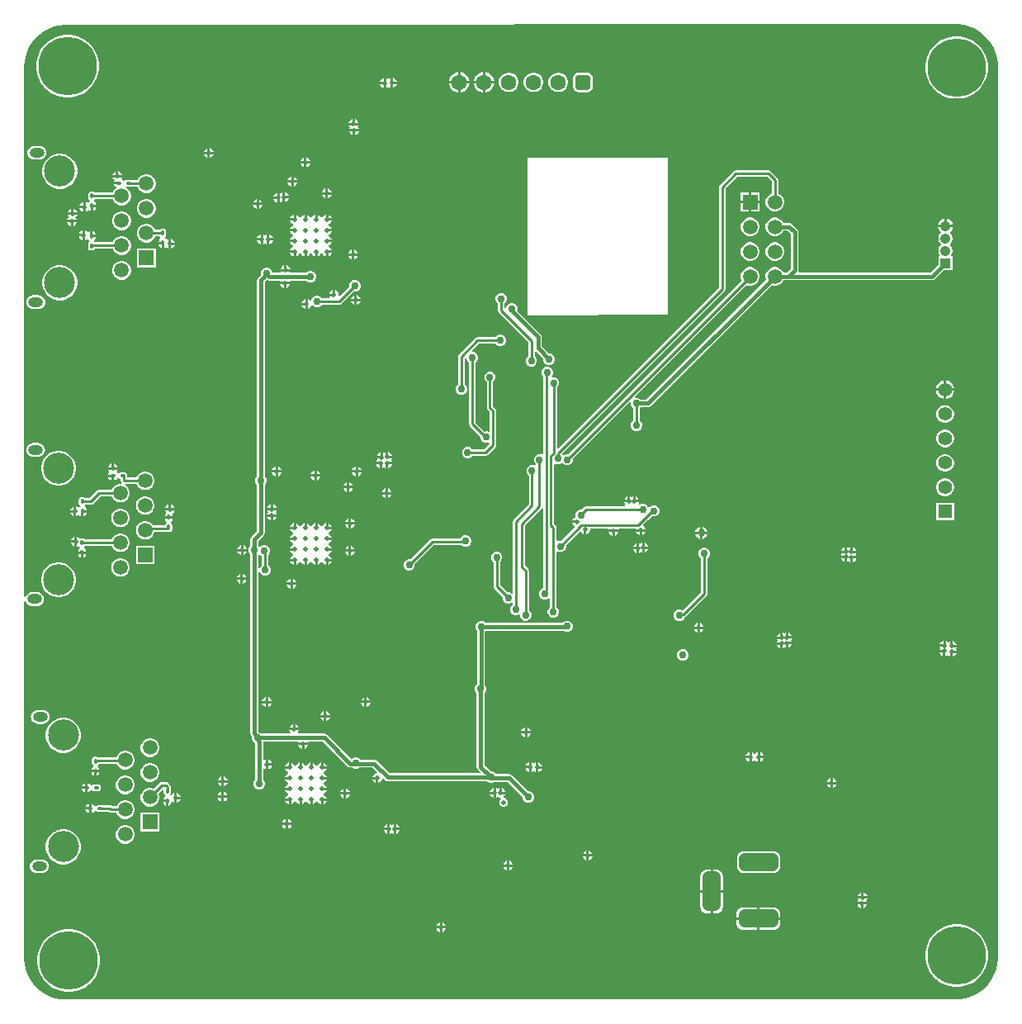
<source format=gbl>
G04*
G04 #@! TF.GenerationSoftware,Altium Limited,Altium Designer,22.5.1 (42)*
G04*
G04 Layer_Physical_Order=2*
G04 Layer_Color=16711680*
%FSLAX44Y44*%
%MOMM*%
G71*
G04*
G04 #@! TF.SameCoordinates,2ABD4F99-51B0-466E-819A-8B20F5DB8373*
G04*
G04*
G04 #@! TF.FilePolarity,Positive*
G04*
G01*
G75*
%ADD12C,0.2540*%
%ADD86C,3.1800*%
%ADD87C,1.5000*%
%ADD88R,1.5000X1.5000*%
%ADD93R,1.4000X1.4000*%
%ADD94C,1.4000*%
%ADD99C,0.7500*%
%ADD103C,0.3810*%
%ADD104O,1.5240X1.0000*%
%ADD105C,1.6000*%
G04:AMPARAMS|DCode=106|XSize=1.6mm|YSize=1.6mm|CornerRadius=0.4mm|HoleSize=0mm|Usage=FLASHONLY|Rotation=180.000|XOffset=0mm|YOffset=0mm|HoleType=Round|Shape=RoundedRectangle|*
%AMROUNDEDRECTD106*
21,1,1.6000,0.8000,0,0,180.0*
21,1,0.8000,1.6000,0,0,180.0*
1,1,0.8000,-0.4000,0.4000*
1,1,0.8000,0.4000,0.4000*
1,1,0.8000,0.4000,-0.4000*
1,1,0.8000,-0.4000,-0.4000*
%
%ADD106ROUNDEDRECTD106*%
%ADD107C,1.0500*%
%ADD108R,1.0500X1.0500*%
G04:AMPARAMS|DCode=109|XSize=4mm|YSize=1.8mm|CornerRadius=0.45mm|HoleSize=0mm|Usage=FLASHONLY|Rotation=270.000|XOffset=0mm|YOffset=0mm|HoleType=Round|Shape=RoundedRectangle|*
%AMROUNDEDRECTD109*
21,1,4.0000,0.9000,0,0,270.0*
21,1,3.1000,1.8000,0,0,270.0*
1,1,0.9000,-0.4500,-1.5500*
1,1,0.9000,-0.4500,1.5500*
1,1,0.9000,0.4500,1.5500*
1,1,0.9000,0.4500,-1.5500*
%
%ADD109ROUNDEDRECTD109*%
G04:AMPARAMS|DCode=110|XSize=4mm|YSize=1.8mm|CornerRadius=0.45mm|HoleSize=0mm|Usage=FLASHONLY|Rotation=0.000|XOffset=0mm|YOffset=0mm|HoleType=Round|Shape=RoundedRectangle|*
%AMROUNDEDRECTD110*
21,1,4.0000,0.9000,0,0,0.0*
21,1,3.1000,1.8000,0,0,0.0*
1,1,0.9000,1.5500,-0.4500*
1,1,0.9000,-1.5500,-0.4500*
1,1,0.9000,-1.5500,0.4500*
1,1,0.9000,1.5500,0.4500*
%
%ADD110ROUNDEDRECTD110*%
%ADD111C,6.0000*%
%ADD112C,0.5080*%
%ADD113C,0.7620*%
%ADD114C,0.5000*%
G04:AMPARAMS|DCode=115|XSize=0.49mm|YSize=0.3mm|CornerRadius=0.0375mm|HoleSize=0mm|Usage=FLASHONLY|Rotation=180.000|XOffset=0mm|YOffset=0mm|HoleType=Round|Shape=RoundedRectangle|*
%AMROUNDEDRECTD115*
21,1,0.4900,0.2250,0,0,180.0*
21,1,0.4150,0.3000,0,0,180.0*
1,1,0.0750,-0.2075,0.1125*
1,1,0.0750,0.2075,0.1125*
1,1,0.0750,0.2075,-0.1125*
1,1,0.0750,-0.2075,-0.1125*
%
%ADD115ROUNDEDRECTD115*%
G04:AMPARAMS|DCode=116|XSize=0.49mm|YSize=0.3mm|CornerRadius=0.0375mm|HoleSize=0mm|Usage=FLASHONLY|Rotation=270.000|XOffset=0mm|YOffset=0mm|HoleType=Round|Shape=RoundedRectangle|*
%AMROUNDEDRECTD116*
21,1,0.4900,0.2250,0,0,270.0*
21,1,0.4150,0.3000,0,0,270.0*
1,1,0.0750,-0.1125,-0.2075*
1,1,0.0750,-0.1125,0.2075*
1,1,0.0750,0.1125,0.2075*
1,1,0.0750,0.1125,-0.2075*
%
%ADD116ROUNDEDRECTD116*%
G36*
X116393Y999998D02*
X113588Y1000073D01*
X108006Y999489D01*
X102548Y998182D01*
X97307Y996173D01*
X92374Y993498D01*
X87831Y990201D01*
X83758Y986340D01*
X80224Y981980D01*
X77289Y977196D01*
X75004Y972070D01*
X73407Y966690D01*
X72526Y961147D01*
X72451Y958342D01*
X72451Y958342D01*
X72451Y958342D01*
X72451Y413853D01*
X73721Y413601D01*
X74191Y414734D01*
X75318Y416203D01*
X76787Y417330D01*
X78497Y418039D01*
X80333Y418281D01*
X85573D01*
X87409Y418039D01*
X89119Y417330D01*
X90588Y416203D01*
X91715Y414734D01*
X92424Y413024D01*
X92666Y411188D01*
X92424Y409352D01*
X91715Y407642D01*
X90588Y406173D01*
X89119Y405046D01*
X87409Y404337D01*
X85573Y404095D01*
X80333D01*
X78497Y404337D01*
X76787Y405046D01*
X75318Y406173D01*
X74191Y407642D01*
X73721Y408775D01*
X72451Y408523D01*
Y40640D01*
X72634Y37843D01*
X73727Y32345D01*
X75529Y27037D01*
X78008Y22009D01*
X81122Y17348D01*
X84818Y13133D01*
X89032Y9436D01*
X93693Y6322D01*
X98721Y3842D01*
X104029Y2040D01*
X109527Y946D01*
X115120Y579D01*
X117917Y762D01*
X117917Y762D01*
X117917Y762D01*
X1028507D01*
X1031379Y837D01*
X1037054Y1735D01*
X1042563Y3366D01*
X1047812Y5703D01*
X1052711Y8704D01*
X1057177Y12320D01*
X1061132Y16487D01*
X1064510Y21135D01*
X1067252Y26184D01*
X1069311Y31548D01*
X1070653Y37134D01*
X1071254Y42848D01*
X1071179Y45720D01*
X1071179Y45720D01*
X1070925Y957072D01*
X1070933Y959927D01*
X1070205Y965591D01*
X1068743Y971111D01*
X1066573Y976393D01*
X1063732Y981346D01*
X1060269Y985887D01*
X1056243Y989936D01*
X1051723Y993426D01*
X1046786Y996295D01*
X1041517Y998496D01*
X1036005Y999990D01*
X1030346Y1000752D01*
X1027491Y1000760D01*
X1027491Y1000760D01*
X116393Y999998D01*
D02*
G37*
%LPC*%
G36*
X517087Y951610D02*
X517205D01*
Y942340D01*
X507935D01*
Y942458D01*
X508653Y945138D01*
X510041Y947542D01*
X512003Y949504D01*
X514407Y950892D01*
X517087Y951610D01*
D02*
G37*
G36*
X519745D02*
X519863D01*
X522543Y950892D01*
X524947Y949504D01*
X526909Y947542D01*
X528297Y945138D01*
X529015Y942458D01*
Y942340D01*
X519745D01*
Y951610D01*
D02*
G37*
G36*
X542487D02*
X542605D01*
Y942340D01*
X533335D01*
Y942458D01*
X534053Y945138D01*
X535441Y947542D01*
X537403Y949504D01*
X539807Y950892D01*
X542487Y951610D01*
D02*
G37*
G36*
X545145D02*
X545263D01*
X547943Y950892D01*
X550347Y949504D01*
X552309Y947542D01*
X553697Y945138D01*
X554415Y942458D01*
Y942340D01*
X545145D01*
Y951610D01*
D02*
G37*
G36*
X450911Y945535D02*
X452519Y944869D01*
X453948Y943440D01*
X454614Y941832D01*
X450911D01*
Y945535D01*
D02*
G37*
G36*
X441005Y945281D02*
Y941578D01*
X437303D01*
X437968Y943186D01*
X439398Y944615D01*
X441005Y945281D01*
D02*
G37*
G36*
X450911Y939292D02*
X454614D01*
X453948Y937684D01*
X452519Y936255D01*
X450911Y935590D01*
Y939292D01*
D02*
G37*
G36*
X437303Y939038D02*
X441005D01*
Y935335D01*
X439398Y936001D01*
X437968Y937430D01*
X437303Y939038D01*
D02*
G37*
G36*
X448371Y945535D02*
Y940562D01*
Y935590D01*
X446763Y936255D01*
X446085Y936934D01*
X445153Y936001D01*
X443545Y935335D01*
Y940308D01*
Y945281D01*
X445153Y944615D01*
X445831Y943936D01*
X446763Y944869D01*
X448371Y945535D01*
D02*
G37*
G36*
X567954Y951102D02*
X570596D01*
X573147Y950418D01*
X575435Y949098D01*
X577303Y947230D01*
X578623Y944942D01*
X579307Y942391D01*
Y939749D01*
X578623Y937198D01*
X577303Y934910D01*
X575435Y933042D01*
X573147Y931722D01*
X570596Y931038D01*
X567954D01*
X565403Y931722D01*
X563115Y933042D01*
X561247Y934910D01*
X559927Y937198D01*
X559243Y939749D01*
Y942391D01*
X559927Y944942D01*
X561247Y947230D01*
X563115Y949098D01*
X565403Y950418D01*
X567954Y951102D01*
D02*
G37*
G36*
X593354D02*
X595996D01*
X598547Y950418D01*
X600835Y949098D01*
X602703Y947230D01*
X604023Y944942D01*
X604707Y942391D01*
Y939749D01*
X604023Y937198D01*
X602703Y934910D01*
X600835Y933042D01*
X598547Y931722D01*
X595996Y931038D01*
X593354D01*
X590803Y931722D01*
X588515Y933042D01*
X586647Y934910D01*
X585327Y937198D01*
X584643Y939749D01*
Y942391D01*
X585327Y944942D01*
X586647Y947230D01*
X588515Y949098D01*
X590803Y950418D01*
X593354Y951102D01*
D02*
G37*
G36*
X618754D02*
X621396D01*
X623947Y950418D01*
X626235Y949098D01*
X628103Y947230D01*
X629423Y944942D01*
X630107Y942391D01*
Y939749D01*
X629423Y937198D01*
X628103Y934910D01*
X626235Y933042D01*
X623947Y931722D01*
X621396Y931038D01*
X618754D01*
X616203Y931722D01*
X613915Y933042D01*
X612048Y934910D01*
X610727Y937198D01*
X610043Y939749D01*
Y942391D01*
X610727Y944942D01*
X612048Y947230D01*
X613915Y949098D01*
X616203Y950418D01*
X618754Y951102D01*
D02*
G37*
G36*
X641475Y951220D02*
X649475D01*
X651829Y950752D01*
X653824Y949419D01*
X655157Y947424D01*
X655625Y945070D01*
Y937070D01*
X655157Y934716D01*
X653824Y932721D01*
X651829Y931388D01*
X649475Y930920D01*
X641475D01*
X639122Y931388D01*
X637126Y932721D01*
X635793Y934716D01*
X635325Y937070D01*
Y945070D01*
X635793Y947424D01*
X637126Y949419D01*
X639122Y950752D01*
X641475Y951220D01*
D02*
G37*
G36*
X507935Y939800D02*
X517205D01*
Y930530D01*
X517087D01*
X514407Y931248D01*
X512003Y932636D01*
X510041Y934598D01*
X508653Y937002D01*
X507935Y939682D01*
Y939800D01*
D02*
G37*
G36*
X519745D02*
X529015D01*
Y939682D01*
X528297Y937002D01*
X526909Y934598D01*
X524947Y932636D01*
X522543Y931248D01*
X519863Y930530D01*
X519745D01*
Y939800D01*
D02*
G37*
G36*
X533335D02*
X542605D01*
Y930530D01*
X542487D01*
X539807Y931248D01*
X537403Y932636D01*
X535441Y934598D01*
X534053Y937002D01*
X533335Y939682D01*
Y939800D01*
D02*
G37*
G36*
X545145D02*
X554415D01*
Y939682D01*
X553697Y937002D01*
X552309Y934598D01*
X550347Y932636D01*
X547943Y931248D01*
X545263Y930530D01*
X545145D01*
Y939800D01*
D02*
G37*
G36*
X114126Y989612D02*
X119168D01*
X124148Y988823D01*
X128943Y987265D01*
X133435Y984976D01*
X137514Y982013D01*
X141080Y978447D01*
X144043Y974368D01*
X146332Y969876D01*
X147890Y965081D01*
X148679Y960101D01*
Y955059D01*
X147890Y950079D01*
X146332Y945284D01*
X144043Y940792D01*
X141080Y936713D01*
X137514Y933147D01*
X133435Y930184D01*
X128943Y927895D01*
X124148Y926337D01*
X119168Y925548D01*
X114126D01*
X109146Y926337D01*
X104351Y927895D01*
X99859Y930184D01*
X95780Y933147D01*
X92214Y936713D01*
X89251Y940792D01*
X86962Y945284D01*
X85404Y950079D01*
X84615Y955059D01*
Y960101D01*
X85404Y965081D01*
X86962Y969876D01*
X89251Y974368D01*
X92214Y978447D01*
X95780Y982013D01*
X99859Y984976D01*
X104351Y987265D01*
X109146Y988823D01*
X114126Y989612D01*
D02*
G37*
G36*
X1025986Y988342D02*
X1031028D01*
X1036008Y987553D01*
X1040803Y985995D01*
X1045295Y983706D01*
X1049374Y980743D01*
X1052940Y977177D01*
X1055903Y973098D01*
X1058192Y968606D01*
X1059750Y963811D01*
X1060539Y958831D01*
Y953789D01*
X1059750Y948809D01*
X1058192Y944014D01*
X1055903Y939522D01*
X1052940Y935443D01*
X1049374Y931877D01*
X1045295Y928914D01*
X1040803Y926625D01*
X1036008Y925067D01*
X1031028Y924278D01*
X1025986D01*
X1021006Y925067D01*
X1016211Y926625D01*
X1011719Y928914D01*
X1007640Y931877D01*
X1004074Y935443D01*
X1001111Y939522D01*
X998822Y944014D01*
X997264Y948809D01*
X996475Y953789D01*
Y958831D01*
X997264Y963811D01*
X998822Y968606D01*
X1001111Y973098D01*
X1004074Y977177D01*
X1007640Y980743D01*
X1011719Y983706D01*
X1016211Y985995D01*
X1021006Y987553D01*
X1025986Y988342D01*
D02*
G37*
G36*
X408747Y903117D02*
Y899414D01*
X405045D01*
X405710Y901022D01*
X407140Y902451D01*
X408747Y903117D01*
D02*
G37*
G36*
X411287D02*
X412895Y902451D01*
X414324Y901022D01*
X414990Y899414D01*
X411287D01*
Y903117D01*
D02*
G37*
G36*
X405045Y896874D02*
X414990D01*
X414373Y895385D01*
X414832Y894926D01*
X415498Y893318D01*
X405553D01*
X406170Y894807D01*
X405710Y895266D01*
X405045Y896874D01*
D02*
G37*
G36*
X405553Y890778D02*
X409255D01*
Y887076D01*
X407648Y887741D01*
X406218Y889170D01*
X405553Y890778D01*
D02*
G37*
G36*
X411795D02*
X415498D01*
X414832Y889170D01*
X413403Y887741D01*
X411795Y887076D01*
Y890778D01*
D02*
G37*
G36*
X260411Y873652D02*
Y869950D01*
X256709D01*
X257374Y871558D01*
X258804Y872987D01*
X260411Y873652D01*
D02*
G37*
G36*
X262951D02*
X264559Y872987D01*
X265988Y871558D01*
X266654Y869950D01*
X262951D01*
Y873652D01*
D02*
G37*
G36*
X256709Y867410D02*
X260411D01*
Y863708D01*
X258804Y864373D01*
X257374Y865802D01*
X256709Y867410D01*
D02*
G37*
G36*
X262951D02*
X266654D01*
X265988Y865802D01*
X264559Y864373D01*
X262951Y863708D01*
Y867410D01*
D02*
G37*
G36*
X82603Y875827D02*
X87843D01*
X89679Y875585D01*
X91389Y874876D01*
X92858Y873749D01*
X93986Y872280D01*
X94694Y870570D01*
X94936Y868734D01*
X94694Y866898D01*
X93986Y865188D01*
X92858Y863719D01*
X91389Y862592D01*
X89679Y861883D01*
X87843Y861641D01*
X82603D01*
X80767Y861883D01*
X79057Y862592D01*
X77588Y863719D01*
X76461Y865188D01*
X75752Y866898D01*
X75510Y868734D01*
X75752Y870570D01*
X76461Y872280D01*
X77588Y873749D01*
X79057Y874876D01*
X80767Y875585D01*
X82603Y875827D01*
D02*
G37*
G36*
X359471Y864000D02*
Y860298D01*
X355769D01*
X356434Y861906D01*
X357864Y863335D01*
X359471Y864000D01*
D02*
G37*
G36*
X362011D02*
X363619Y863335D01*
X365048Y861906D01*
X365714Y860298D01*
X362011D01*
Y864000D01*
D02*
G37*
G36*
X355769Y857758D02*
X359471D01*
Y854055D01*
X357864Y854721D01*
X356434Y856150D01*
X355769Y857758D01*
D02*
G37*
G36*
X362011D02*
X365714D01*
X365048Y856150D01*
X363619Y854721D01*
X362011Y854055D01*
Y857758D01*
D02*
G37*
G36*
X166431Y850031D02*
Y846328D01*
X162729D01*
X163394Y847936D01*
X164823Y849365D01*
X166431Y850031D01*
D02*
G37*
G36*
X168971D02*
X170579Y849365D01*
X172008Y847936D01*
X172674Y846328D01*
X168971D01*
Y850031D01*
D02*
G37*
G36*
X346009Y844443D02*
Y840740D01*
X342307D01*
X342972Y842348D01*
X344402Y843777D01*
X346009Y844443D01*
D02*
G37*
G36*
X348549D02*
X350157Y843777D01*
X351586Y842348D01*
X352252Y840740D01*
X348549D01*
Y844443D01*
D02*
G37*
G36*
X342307Y838200D02*
X346009D01*
Y834498D01*
X344402Y835163D01*
X342972Y836592D01*
X342307Y838200D01*
D02*
G37*
G36*
X348549D02*
X352252D01*
X351586Y836592D01*
X350157Y835163D01*
X348549Y834498D01*
Y838200D01*
D02*
G37*
G36*
X107007Y867816D02*
X110539D01*
X114004Y867127D01*
X117267Y865775D01*
X120204Y863813D01*
X122702Y861315D01*
X124664Y858378D01*
X126016Y855115D01*
X126705Y851650D01*
Y848118D01*
X126016Y844653D01*
X124664Y841390D01*
X122702Y838453D01*
X120204Y835955D01*
X117267Y833993D01*
X114004Y832641D01*
X110539Y831952D01*
X107007D01*
X103542Y832641D01*
X100279Y833993D01*
X97342Y835955D01*
X94844Y838453D01*
X92882Y841390D01*
X91530Y844653D01*
X90841Y848118D01*
Y851650D01*
X91530Y855115D01*
X92882Y858378D01*
X94844Y861315D01*
X97342Y863813D01*
X100279Y865775D01*
X103542Y867127D01*
X107007Y867816D01*
D02*
G37*
G36*
X381315Y832251D02*
Y828548D01*
X377613D01*
X378278Y830156D01*
X379707Y831585D01*
X381315Y832251D01*
D02*
G37*
G36*
X383855D02*
X385463Y831585D01*
X386892Y830156D01*
X387558Y828548D01*
X383855D01*
Y832251D01*
D02*
G37*
G36*
X339913Y828440D02*
X341521Y827775D01*
X342950Y826346D01*
X343616Y824738D01*
X339913D01*
Y828440D01*
D02*
G37*
G36*
X331785Y827679D02*
Y823976D01*
X328083D01*
X328748Y825584D01*
X330177Y827013D01*
X331785Y827679D01*
D02*
G37*
G36*
X377613Y826008D02*
X381315D01*
Y822306D01*
X379707Y822971D01*
X378278Y824400D01*
X377613Y826008D01*
D02*
G37*
G36*
X383855D02*
X387558D01*
X386892Y824400D01*
X385463Y822971D01*
X383855Y822306D01*
Y826008D01*
D02*
G37*
G36*
X806673Y828428D02*
X815443D01*
Y819658D01*
X806673D01*
Y828428D01*
D02*
G37*
G36*
X817983D02*
X826753D01*
Y819658D01*
X817983D01*
Y828428D01*
D02*
G37*
G36*
X339913Y822198D02*
X343616D01*
X342950Y820590D01*
X341521Y819161D01*
X339913Y818495D01*
Y822198D01*
D02*
G37*
G36*
X328083Y821436D02*
X331785D01*
Y817734D01*
X330177Y818399D01*
X328748Y819828D01*
X328083Y821436D01*
D02*
G37*
G36*
X337373Y828440D02*
Y823468D01*
Y818495D01*
X336423Y818889D01*
X335933Y818399D01*
X334325Y817734D01*
Y822706D01*
Y827679D01*
X335276Y827285D01*
X335765Y827775D01*
X337373Y828440D01*
D02*
G37*
G36*
X310449Y821329D02*
Y817626D01*
X306747D01*
X307412Y819234D01*
X308841Y820663D01*
X310449Y821329D01*
D02*
G37*
G36*
X312989D02*
X314597Y820663D01*
X316026Y819234D01*
X316692Y817626D01*
X312989D01*
Y821329D01*
D02*
G37*
G36*
X132649Y818280D02*
Y814578D01*
X128947D01*
X129612Y816186D01*
X131041Y817615D01*
X132649Y818280D01*
D02*
G37*
G36*
X306747Y815086D02*
X310449D01*
Y811384D01*
X308841Y812049D01*
X307412Y813478D01*
X306747Y815086D01*
D02*
G37*
G36*
X312989D02*
X316692D01*
X316026Y813478D01*
X314597Y812049D01*
X312989Y811384D01*
Y815086D01*
D02*
G37*
G36*
X143063Y813114D02*
X145890D01*
Y812309D01*
X145664Y811172D01*
X145020Y810207D01*
X144055Y809563D01*
X143063Y809366D01*
Y813114D01*
D02*
G37*
G36*
X806673Y817118D02*
X815443D01*
Y808348D01*
X806673D01*
Y817118D01*
D02*
G37*
G36*
X817983D02*
X826753D01*
Y808348D01*
X817983D01*
Y817118D01*
D02*
G37*
G36*
X128947Y812038D02*
X132649D01*
Y808335D01*
X131041Y809001D01*
X129612Y810430D01*
X128947Y812038D01*
D02*
G37*
G36*
X196418Y846716D02*
X198928D01*
X201352Y846066D01*
X203526Y844811D01*
X205301Y843037D01*
X206555Y840863D01*
X207205Y838439D01*
Y835929D01*
X206555Y833505D01*
X205301Y831331D01*
X203526Y829557D01*
X201352Y828302D01*
X198928Y827652D01*
X196418D01*
X193994Y828302D01*
X191820Y829557D01*
X190046Y831331D01*
X188791Y833505D01*
X188632Y834095D01*
X179615D01*
X179527Y834113D01*
X177310D01*
X177141Y834146D01*
X176688Y832942D01*
X178126Y832112D01*
X179901Y830337D01*
X181155Y828163D01*
X181805Y825739D01*
Y823229D01*
X181155Y820805D01*
X179901Y818631D01*
X178126Y816857D01*
X175952Y815602D01*
X173528Y814952D01*
X171018D01*
X168594Y815602D01*
X166420Y816857D01*
X164646Y818631D01*
X163391Y820805D01*
X163307Y821117D01*
X144950D01*
X144653Y820674D01*
X144311Y820445D01*
X144228Y820043D01*
X144309Y819040D01*
X144311Y819034D01*
X145020Y818561D01*
X145664Y817596D01*
X145890Y816459D01*
Y815654D01*
X141793D01*
Y814384D01*
X140523D01*
Y809366D01*
X139531Y809563D01*
X139223Y809769D01*
X138564Y810206D01*
X137425Y809630D01*
X136797Y809001D01*
X135189Y808335D01*
Y813308D01*
Y818280D01*
X136644Y817678D01*
X136952Y817658D01*
X138198Y818009D01*
X138567Y818561D01*
X139275Y819034D01*
X139277Y819040D01*
X139358Y820043D01*
X139275Y820445D01*
X138933Y820674D01*
X138401Y821470D01*
X138214Y822409D01*
Y826559D01*
X138401Y827498D01*
X138933Y828294D01*
X139729Y828826D01*
X140668Y829013D01*
X142918D01*
X143857Y828826D01*
X144653Y828294D01*
X144950Y827851D01*
X163307D01*
X163391Y828163D01*
X164646Y830337D01*
X166420Y832112D01*
X166866Y832368D01*
X166644Y833707D01*
X166073Y833821D01*
X165109Y834465D01*
X164464Y835430D01*
X164267Y836422D01*
X169285D01*
Y838962D01*
X164267D01*
X164464Y839954D01*
X164878Y840573D01*
X164823Y840751D01*
X163394Y842180D01*
X162729Y843788D01*
X172674D01*
X172304Y842896D01*
X172475Y841718D01*
X172908Y841288D01*
X173462Y840919D01*
X173935Y840210D01*
X173941Y840208D01*
X174944Y840127D01*
X175346Y840210D01*
X175575Y840552D01*
X176371Y841084D01*
X177310Y841271D01*
X181460D01*
X182399Y841084D01*
X182782Y840829D01*
X188781D01*
X188791Y840863D01*
X190046Y843037D01*
X191820Y844811D01*
X193994Y846066D01*
X196418Y846716D01*
D02*
G37*
G36*
X120457Y811423D02*
Y807720D01*
X116755D01*
X117420Y809328D01*
X118849Y810757D01*
X120457Y811423D01*
D02*
G37*
G36*
X122997D02*
X124605Y810757D01*
X126034Y809328D01*
X126700Y807720D01*
X122997D01*
Y811423D01*
D02*
G37*
G36*
X196418Y821316D02*
X198928D01*
X201352Y820666D01*
X203526Y819411D01*
X205301Y817637D01*
X206555Y815463D01*
X207205Y813039D01*
Y810529D01*
X206555Y808105D01*
X205301Y805931D01*
X203526Y804156D01*
X201352Y802902D01*
X198928Y802252D01*
X196418D01*
X193994Y802902D01*
X191820Y804156D01*
X190046Y805931D01*
X188791Y808105D01*
X188141Y810529D01*
Y813039D01*
X188791Y815463D01*
X190046Y817637D01*
X191820Y819411D01*
X193994Y820666D01*
X196418Y821316D01*
D02*
G37*
G36*
X351099Y805527D02*
X352684Y804871D01*
X354102Y803453D01*
X354642Y802149D01*
X356016D01*
X356556Y803453D01*
X357974Y804871D01*
X359559Y805527D01*
Y800598D01*
X362099D01*
Y805527D01*
X363684Y804871D01*
X365102Y803453D01*
X365642Y802149D01*
X367016D01*
X367556Y803453D01*
X368974Y804871D01*
X370559Y805527D01*
Y800598D01*
X373099D01*
Y805527D01*
X374684Y804871D01*
X376102Y803453D01*
X376642Y802149D01*
X378016D01*
X378556Y803453D01*
X379974Y804871D01*
X381559Y805527D01*
Y800598D01*
X382829D01*
Y799328D01*
X387758D01*
X387102Y797743D01*
X385684Y796325D01*
X384380Y795785D01*
Y794411D01*
X385684Y793871D01*
X387102Y792453D01*
X387758Y790868D01*
X382829D01*
Y788328D01*
X387758D01*
X387102Y786743D01*
X385684Y785325D01*
X384380Y784785D01*
Y783411D01*
X385684Y782871D01*
X387102Y781453D01*
X387758Y779868D01*
X382829D01*
Y777328D01*
X387758D01*
X387102Y775743D01*
X385684Y774325D01*
X384380Y773785D01*
Y772411D01*
X385684Y771871D01*
X387102Y770453D01*
X387758Y768868D01*
X382829D01*
Y767598D01*
X381559D01*
Y762669D01*
X379974Y763325D01*
X378556Y764743D01*
X378016Y766047D01*
X376642D01*
X376102Y764743D01*
X374684Y763325D01*
X373099Y762669D01*
Y767598D01*
X370559D01*
Y762669D01*
X368974Y763325D01*
X367556Y764743D01*
X367016Y766047D01*
X365642D01*
X365102Y764743D01*
X363684Y763325D01*
X362099Y762669D01*
Y767598D01*
X359559D01*
Y762669D01*
X357974Y763325D01*
X356556Y764743D01*
X356016Y766047D01*
X354642D01*
X354102Y764743D01*
X352684Y763325D01*
X351099Y762669D01*
Y767598D01*
X349829D01*
Y768868D01*
X344900D01*
X345556Y770453D01*
X346974Y771871D01*
X348278Y772411D01*
Y773785D01*
X346974Y774325D01*
X345556Y775743D01*
X344900Y777328D01*
X349829D01*
Y779868D01*
X344900D01*
X345556Y781453D01*
X346974Y782871D01*
X348278Y783411D01*
Y784785D01*
X346974Y785325D01*
X345556Y786743D01*
X344900Y788328D01*
X349829D01*
Y790868D01*
X344900D01*
X345556Y792453D01*
X346974Y793871D01*
X348278Y794411D01*
Y795785D01*
X346974Y796325D01*
X345556Y797743D01*
X344900Y799328D01*
X349829D01*
Y800598D01*
X351099D01*
Y805527D01*
D02*
G37*
G36*
X348559D02*
Y801868D01*
X344900D01*
X345556Y803453D01*
X346974Y804871D01*
X348559Y805527D01*
D02*
G37*
G36*
X384099D02*
X385684Y804871D01*
X387102Y803453D01*
X387758Y801868D01*
X384099D01*
Y805527D01*
D02*
G37*
G36*
X116755Y805180D02*
X126700D01*
X126034Y803572D01*
X124847Y802386D01*
X125526Y801708D01*
X126192Y800100D01*
X116247D01*
X116912Y801708D01*
X118099Y802894D01*
X117420Y803572D01*
X116755Y805180D01*
D02*
G37*
G36*
X1015807Y801475D02*
Y795020D01*
X1009353D01*
X1009818Y796757D01*
X1010844Y798533D01*
X1012294Y799984D01*
X1014070Y801009D01*
X1015807Y801475D01*
D02*
G37*
G36*
X1018347D02*
X1020084Y801009D01*
X1021860Y799984D01*
X1023311Y798533D01*
X1024336Y796757D01*
X1024802Y795020D01*
X1018347D01*
Y801475D01*
D02*
G37*
G36*
X116247Y797560D02*
X119949D01*
Y793857D01*
X118342Y794523D01*
X116912Y795952D01*
X116247Y797560D01*
D02*
G37*
G36*
X122489D02*
X126192D01*
X125526Y795952D01*
X124097Y794523D01*
X122489Y793857D01*
Y797560D01*
D02*
G37*
G36*
X196418Y795916D02*
X198928D01*
X201352Y795266D01*
X203526Y794012D01*
X205301Y792237D01*
X206555Y790063D01*
X206643Y789736D01*
X211290D01*
X211577Y790164D01*
X212373Y790696D01*
X213312Y790883D01*
X215562D01*
X216501Y790696D01*
X217297Y790164D01*
X217829Y789368D01*
X218016Y788429D01*
Y784279D01*
X217829Y783340D01*
X217297Y782544D01*
X216955Y782315D01*
X216872Y781913D01*
X216953Y780910D01*
X216955Y780904D01*
X217664Y780431D01*
X217715Y780354D01*
X218925Y779769D01*
X220533Y780434D01*
Y775462D01*
Y770490D01*
X218925Y771155D01*
X217973Y772108D01*
X217664Y772077D01*
X216699Y771433D01*
X215707Y771236D01*
Y776254D01*
X214437D01*
Y777524D01*
X210340D01*
Y778329D01*
X210566Y779466D01*
X211210Y780431D01*
X211919Y780904D01*
X211921Y780910D01*
X212002Y781913D01*
X211919Y782315D01*
X211577Y782544D01*
X211270Y783002D01*
X206635D01*
X206555Y782705D01*
X205301Y780531D01*
X203526Y778756D01*
X201352Y777502D01*
X198928Y776852D01*
X196418D01*
X193994Y777502D01*
X191820Y778756D01*
X190046Y780531D01*
X188791Y782705D01*
X188141Y785129D01*
Y787639D01*
X188791Y790063D01*
X190046Y792237D01*
X191820Y794012D01*
X193994Y795266D01*
X196418Y795916D01*
D02*
G37*
G36*
X171018Y808616D02*
X173528D01*
X175952Y807966D01*
X178126Y806712D01*
X179901Y804937D01*
X181155Y802763D01*
X181805Y800339D01*
Y797829D01*
X181155Y795405D01*
X179901Y793231D01*
X178126Y791457D01*
X175952Y790202D01*
X173528Y789552D01*
X171018D01*
X168594Y790202D01*
X166420Y791457D01*
X164646Y793231D01*
X163391Y795405D01*
X162741Y797829D01*
Y800339D01*
X163391Y802763D01*
X164646Y804937D01*
X166420Y806712D01*
X168594Y807966D01*
X171018Y808616D01*
D02*
G37*
G36*
X134681Y789324D02*
X136289Y788659D01*
X136803Y788144D01*
X138058Y787737D01*
X139023Y788381D01*
X140015Y788578D01*
Y783560D01*
X141285D01*
Y782290D01*
X145382D01*
Y781485D01*
X145156Y780348D01*
X144512Y779383D01*
X144197Y779173D01*
X144015Y777756D01*
X144603Y777051D01*
X163307D01*
X163391Y777363D01*
X164646Y779537D01*
X166420Y781311D01*
X168594Y782566D01*
X171018Y783216D01*
X173528D01*
X175952Y782566D01*
X178126Y781311D01*
X179901Y779537D01*
X181155Y777363D01*
X181805Y774939D01*
Y772429D01*
X181155Y770005D01*
X179901Y767831D01*
X178126Y766057D01*
X175952Y764802D01*
X173528Y764152D01*
X171018D01*
X168594Y764802D01*
X166420Y766057D01*
X164646Y767831D01*
X163391Y770005D01*
X163307Y770317D01*
X144592D01*
X144145Y769650D01*
X143349Y769118D01*
X142410Y768931D01*
X140160D01*
X139221Y769118D01*
X138425Y769650D01*
X137893Y770446D01*
X137706Y771385D01*
Y775535D01*
X137893Y776474D01*
X138425Y777270D01*
X138767Y777499D01*
X138850Y777901D01*
X138769Y778904D01*
X138767Y778910D01*
X138059Y779383D01*
X137804Y779764D01*
X136308Y780042D01*
X136223Y780018D01*
X134681Y779380D01*
Y784352D01*
Y789324D01*
D02*
G37*
G36*
X132141D02*
Y785622D01*
X128439D01*
X129104Y787230D01*
X130534Y788659D01*
X132141Y789324D01*
D02*
G37*
G36*
X142555Y788578D02*
X143547Y788381D01*
X144512Y787737D01*
X145156Y786772D01*
X145382Y785635D01*
Y784830D01*
X142555D01*
Y788578D01*
D02*
G37*
G36*
X317307Y785006D02*
X318915Y784341D01*
X319212Y784043D01*
X319510Y784341D01*
X321117Y785006D01*
Y780034D01*
Y775061D01*
X319510Y775727D01*
X319212Y776025D01*
X318915Y775727D01*
X317307Y775061D01*
Y780034D01*
Y785006D01*
D02*
G37*
G36*
X815458Y802520D02*
X817968D01*
X820392Y801870D01*
X822566Y800615D01*
X824341Y798841D01*
X825595Y796667D01*
X826245Y794243D01*
Y791733D01*
X825595Y789309D01*
X824341Y787135D01*
X822566Y785360D01*
X820392Y784106D01*
X817968Y783456D01*
X815458D01*
X813034Y784106D01*
X810860Y785360D01*
X809086Y787135D01*
X807831Y789309D01*
X807181Y791733D01*
Y794243D01*
X807831Y796667D01*
X809086Y798841D01*
X810860Y800615D01*
X813034Y801870D01*
X815458Y802520D01*
D02*
G37*
G36*
X801939Y850711D02*
X835975D01*
X837263Y850454D01*
X838356Y849725D01*
X844494Y843587D01*
X845223Y842494D01*
X845480Y841206D01*
Y827354D01*
X845792Y827270D01*
X847966Y826015D01*
X849741Y824241D01*
X850995Y822067D01*
X851645Y819643D01*
Y817133D01*
X850995Y814709D01*
X849741Y812535D01*
X847966Y810760D01*
X845792Y809506D01*
X843368Y808856D01*
X840858D01*
X838434Y809506D01*
X836260Y810760D01*
X834486Y812535D01*
X833231Y814709D01*
X832581Y817133D01*
Y819643D01*
X833231Y822067D01*
X834486Y824241D01*
X836260Y826015D01*
X838434Y827270D01*
X838746Y827354D01*
Y839811D01*
X834581Y843977D01*
X803334D01*
X791339Y831982D01*
Y728723D01*
X791082Y727435D01*
X790352Y726342D01*
X623575Y559565D01*
X624575Y558565D01*
X625175Y558446D01*
X625910Y559181D01*
X628057Y560070D01*
X630300D01*
X808163Y737933D01*
X807831Y738509D01*
X807181Y740933D01*
Y743443D01*
X807831Y745867D01*
X809086Y748041D01*
X810860Y749816D01*
X813034Y751070D01*
X815458Y751720D01*
X817968D01*
X820392Y751070D01*
X822566Y749816D01*
X824341Y748041D01*
X825595Y745867D01*
X826245Y743443D01*
Y740933D01*
X825595Y738509D01*
X824341Y736335D01*
X822566Y734560D01*
X820392Y733306D01*
X817968Y732656D01*
X815458D01*
X813053Y733300D01*
X698654Y618901D01*
X698681Y618783D01*
X699276Y617728D01*
X701247D01*
X703394Y616839D01*
X704333Y615900D01*
X710148D01*
X833131Y738882D01*
X832581Y740933D01*
Y743443D01*
X833231Y745867D01*
X834486Y748041D01*
X836260Y749816D01*
X838434Y751070D01*
X840858Y751720D01*
X843368D01*
X845792Y751070D01*
X847966Y749816D01*
X849741Y748041D01*
X850802Y746202D01*
X854124D01*
X858398Y750476D01*
Y785462D01*
X854886Y788974D01*
X850802D01*
X849741Y787135D01*
X847966Y785360D01*
X845792Y784106D01*
X843368Y783456D01*
X840858D01*
X838434Y784106D01*
X836260Y785360D01*
X834486Y787135D01*
X833231Y789309D01*
X832581Y791733D01*
Y794243D01*
X833231Y796667D01*
X834486Y798841D01*
X836260Y800615D01*
X838434Y801870D01*
X840858Y802520D01*
X843368D01*
X845792Y801870D01*
X847966Y800615D01*
X849741Y798841D01*
X850802Y797002D01*
X856549D01*
X858085Y796697D01*
X859388Y795826D01*
X865250Y789963D01*
X866121Y788661D01*
X866426Y787125D01*
Y748813D01*
X866160Y747472D01*
X866732Y746202D01*
X1001952D01*
X1009795Y754045D01*
Y762932D01*
X1010556D01*
X1011063Y764202D01*
X1010291Y765539D01*
X1009795Y767391D01*
Y769309D01*
X1010291Y771161D01*
X1011250Y772821D01*
X1012339Y773910D01*
X1012499Y774700D01*
X1012339Y775490D01*
X1011250Y776579D01*
X1010291Y778239D01*
X1009795Y780091D01*
Y782009D01*
X1010291Y783861D01*
X1011250Y785521D01*
X1011967Y786238D01*
X1012260Y787385D01*
X1011911Y787899D01*
X1010844Y788967D01*
X1009818Y790743D01*
X1009353Y792480D01*
X1017077D01*
X1024802D01*
X1024336Y790743D01*
X1023311Y788967D01*
X1022243Y787899D01*
X1021894Y787385D01*
X1022187Y786238D01*
X1022904Y785521D01*
X1023863Y783861D01*
X1024359Y782009D01*
Y780091D01*
X1023863Y778239D01*
X1022904Y776579D01*
X1021815Y775490D01*
X1021655Y774700D01*
X1021815Y773910D01*
X1022904Y772821D01*
X1023863Y771161D01*
X1024359Y769309D01*
Y767391D01*
X1023863Y765539D01*
X1023091Y764202D01*
X1023598Y762932D01*
X1024359D01*
Y748368D01*
X1015472D01*
X1006453Y739350D01*
X1005151Y738479D01*
X1003615Y738174D01*
X850802D01*
X849741Y736335D01*
X847966Y734560D01*
X845792Y733306D01*
X843368Y732656D01*
X840858D01*
X838807Y733205D01*
X714650Y609048D01*
X713347Y608177D01*
X711811Y607872D01*
X704333D01*
X703452Y606991D01*
Y594429D01*
X705038Y592843D01*
X705927Y590696D01*
Y588372D01*
X705038Y586225D01*
X703394Y584581D01*
X701247Y583692D01*
X698923D01*
X696776Y584581D01*
X695132Y586225D01*
X694243Y588372D01*
Y590696D01*
X695132Y592843D01*
X696718Y594429D01*
Y606991D01*
X695132Y608577D01*
X694243Y610724D01*
Y612695D01*
X693189Y613290D01*
X693070Y613317D01*
X635061Y555309D01*
Y553066D01*
X634172Y550919D01*
X632528Y549275D01*
X630381Y548386D01*
X628057D01*
X625910Y549275D01*
X624267Y550919D01*
X623666Y551038D01*
X622931Y550304D01*
X620784Y549414D01*
X618460D01*
X617147Y549958D01*
X615877Y549110D01*
Y488701D01*
X617376Y487202D01*
X618106Y486110D01*
X618362Y484821D01*
Y471475D01*
X619632Y470626D01*
X620945Y471170D01*
X623188D01*
X636884Y484866D01*
X636636Y486112D01*
X636502Y486167D01*
X635072Y487596D01*
X634407Y489204D01*
X639379D01*
Y491744D01*
X634407D01*
X635072Y493352D01*
X636502Y494781D01*
X638084Y495436D01*
X637906Y495865D01*
Y498189D01*
X638796Y500336D01*
X640439Y501979D01*
X642586Y502869D01*
X643711D01*
X646618Y505776D01*
X647711Y506506D01*
X648999Y506763D01*
X688278D01*
X688804Y508033D01*
X688158Y508678D01*
X687493Y510286D01*
X692465D01*
Y511556D01*
X693735D01*
Y516529D01*
X695259Y515897D01*
X696783Y516529D01*
Y511556D01*
X698053D01*
Y510286D01*
X703026D01*
X702615Y509294D01*
X702902Y508947D01*
X703639Y508448D01*
X705545Y509238D01*
X707869D01*
X710017Y508349D01*
X711660Y506705D01*
X712204Y505391D01*
X712703Y505263D01*
X713634Y505259D01*
X715090Y506715D01*
X717237Y507604D01*
X719561D01*
X721708Y506715D01*
X723352Y505071D01*
X724241Y502924D01*
Y500600D01*
X723352Y498453D01*
X721708Y496810D01*
X719561Y495920D01*
X717237D01*
X716035Y496418D01*
X711807Y492190D01*
X711807Y492190D01*
X707089Y487472D01*
X707337Y486227D01*
X707535Y486145D01*
X708964Y484716D01*
X709630Y483108D01*
X699404D01*
X699107Y483551D01*
X682439D01*
X681803Y482600D01*
X671631D01*
X670996Y483551D01*
X652841D01*
Y481590D01*
X652068Y479722D01*
X650639Y478293D01*
X649031Y477627D01*
Y482600D01*
X646491D01*
Y477627D01*
X644883Y478293D01*
X643454Y479722D01*
X643250Y480216D01*
X642004Y480464D01*
X627949Y466409D01*
Y464166D01*
X627060Y462019D01*
X625416Y460375D01*
X623269Y459486D01*
X620945D01*
X619632Y460030D01*
X618362Y459181D01*
Y412772D01*
X618417Y412496D01*
Y403214D01*
X620003Y401628D01*
X620892Y399481D01*
Y397157D01*
X620003Y395010D01*
X618359Y393367D01*
X616212Y392477D01*
X613888D01*
X611741Y393367D01*
X610097Y395010D01*
X609208Y397157D01*
Y399481D01*
X610097Y401628D01*
X611683Y403214D01*
Y411980D01*
X610621Y412511D01*
X610379Y412501D01*
X609715Y411837D01*
X607567Y410947D01*
X605243D01*
X603096Y411837D01*
X601453Y413480D01*
X600563Y415627D01*
Y417951D01*
X601453Y420098D01*
X603096Y421742D01*
X604571Y422353D01*
Y503500D01*
X603301Y503885D01*
X603152Y503661D01*
X586104Y486613D01*
Y445476D01*
X588928Y442652D01*
X589658Y441559D01*
X589914Y440271D01*
Y399865D01*
X591500Y398279D01*
X592389Y396132D01*
Y393808D01*
X591500Y391661D01*
X589856Y390017D01*
X587709Y389128D01*
X585385D01*
X583238Y390017D01*
X581594Y391661D01*
X580705Y393808D01*
Y394902D01*
X580632Y394995D01*
X579435Y395646D01*
X577803Y394970D01*
X575479D01*
X573332Y395859D01*
X571688Y397503D01*
X570799Y399650D01*
Y401974D01*
X571688Y404121D01*
X573332Y405765D01*
X573528Y405846D01*
Y407444D01*
X572355Y407930D01*
X571968Y407543D01*
X569821Y406654D01*
X567497D01*
X565350Y407543D01*
X563706Y409187D01*
X562817Y411334D01*
Y413577D01*
X554448Y421945D01*
X553719Y423038D01*
X553462Y424326D01*
Y449257D01*
X551876Y450843D01*
X550987Y452990D01*
Y455314D01*
X551876Y457461D01*
X553520Y459105D01*
X555667Y459994D01*
X557991D01*
X560138Y459105D01*
X561782Y457461D01*
X562671Y455314D01*
Y452990D01*
X561782Y450843D01*
X560196Y449257D01*
Y425720D01*
X567578Y418338D01*
X569821D01*
X571968Y417449D01*
X572355Y417062D01*
X573528Y417548D01*
Y490728D01*
X573785Y492016D01*
X574514Y493109D01*
X589784Y508378D01*
Y538157D01*
X588198Y539743D01*
X587309Y541890D01*
Y544214D01*
X588198Y546361D01*
X589842Y548005D01*
X591989Y548894D01*
X594313D01*
X595425Y548434D01*
X596765Y549168D01*
X596867Y549870D01*
X595818Y550919D01*
X594929Y553066D01*
Y555390D01*
X595818Y557537D01*
X597462Y559181D01*
X599609Y560070D01*
X601933D01*
X603301Y559503D01*
X604571Y560349D01*
Y639194D01*
X603692Y640073D01*
X602803Y642220D01*
Y644544D01*
X603692Y646691D01*
X605336Y648335D01*
X607483Y649224D01*
X609807D01*
X611954Y648335D01*
X613598Y646691D01*
X614487Y644544D01*
Y642220D01*
X613598Y640073D01*
X613443Y639918D01*
X614014Y638935D01*
X614131Y638810D01*
X616411D01*
X618558Y637921D01*
X620202Y636277D01*
X621091Y634130D01*
Y631806D01*
X620202Y629659D01*
X618616Y628073D01*
Y565788D01*
X619789Y565302D01*
X784605Y730118D01*
Y833377D01*
X784862Y834665D01*
X785591Y835757D01*
X799558Y849725D01*
X800651Y850454D01*
X801939Y850711D01*
D02*
G37*
G36*
X314767Y785006D02*
Y781304D01*
X311065D01*
X311730Y782912D01*
X313160Y784341D01*
X314767Y785006D01*
D02*
G37*
G36*
X323657D02*
X325265Y784341D01*
X326694Y782912D01*
X327360Y781304D01*
X323657D01*
Y785006D01*
D02*
G37*
G36*
X128439Y783082D02*
X132141D01*
Y779380D01*
X130534Y780045D01*
X129104Y781474D01*
X128439Y783082D01*
D02*
G37*
G36*
X223073Y780434D02*
X224681Y779769D01*
X226110Y778340D01*
X226776Y776732D01*
X223073D01*
Y780434D01*
D02*
G37*
G36*
X311065Y778764D02*
X314767D01*
Y775061D01*
X313160Y775727D01*
X311730Y777156D01*
X311065Y778764D01*
D02*
G37*
G36*
X323657D02*
X327360D01*
X326694Y777156D01*
X325265Y775727D01*
X323657Y775061D01*
Y778764D01*
D02*
G37*
G36*
X210340Y774984D02*
X213167D01*
Y771236D01*
X212175Y771433D01*
X211210Y772077D01*
X210566Y773042D01*
X210340Y774179D01*
Y774984D01*
D02*
G37*
G36*
X223073Y774192D02*
X226776D01*
X226110Y772584D01*
X224681Y771155D01*
X223073Y770490D01*
Y774192D01*
D02*
G37*
G36*
X408239Y769512D02*
Y765810D01*
X404537D01*
X405202Y767418D01*
X406632Y768847D01*
X408239Y769512D01*
D02*
G37*
G36*
X410779D02*
X412387Y768847D01*
X413816Y767418D01*
X414482Y765810D01*
X410779D01*
Y769512D01*
D02*
G37*
G36*
X344900Y766328D02*
X348559D01*
Y762669D01*
X346974Y763325D01*
X345556Y764743D01*
X344900Y766328D01*
D02*
G37*
G36*
X384099D02*
X387758D01*
X387102Y764743D01*
X385684Y763325D01*
X384099Y762669D01*
Y766328D01*
D02*
G37*
G36*
X404537Y763270D02*
X408239D01*
Y759567D01*
X406632Y760233D01*
X405202Y761662D01*
X404537Y763270D01*
D02*
G37*
G36*
X410779D02*
X414482D01*
X413816Y761662D01*
X412387Y760233D01*
X410779Y759567D01*
Y763270D01*
D02*
G37*
G36*
X815458Y777120D02*
X817968D01*
X820392Y776470D01*
X822566Y775216D01*
X824341Y773441D01*
X825595Y771267D01*
X826245Y768843D01*
Y766333D01*
X825595Y763909D01*
X824341Y761735D01*
X822566Y759960D01*
X820392Y758706D01*
X817968Y758056D01*
X815458D01*
X813034Y758706D01*
X810860Y759960D01*
X809086Y761735D01*
X807831Y763909D01*
X807181Y766333D01*
Y768843D01*
X807831Y771267D01*
X809086Y773441D01*
X810860Y775216D01*
X813034Y776470D01*
X815458Y777120D01*
D02*
G37*
G36*
X840858D02*
X843368D01*
X845792Y776470D01*
X847966Y775216D01*
X849741Y773441D01*
X850995Y771267D01*
X851645Y768843D01*
Y766333D01*
X850995Y763909D01*
X849741Y761735D01*
X847966Y759960D01*
X845792Y758706D01*
X843368Y758056D01*
X840858D01*
X838434Y758706D01*
X836260Y759960D01*
X834486Y761735D01*
X833231Y763909D01*
X832581Y766333D01*
Y768843D01*
X833231Y771267D01*
X834486Y773441D01*
X836260Y775216D01*
X838434Y776470D01*
X840858Y777120D01*
D02*
G37*
G36*
X188141Y770516D02*
X207205D01*
Y751452D01*
X188141D01*
Y770516D01*
D02*
G37*
G36*
X338897Y753511D02*
Y749808D01*
X335195D01*
X335860Y751416D01*
X337290Y752845D01*
X338897Y753511D01*
D02*
G37*
G36*
X341437D02*
X343045Y752845D01*
X344474Y751416D01*
X345140Y749808D01*
X341437D01*
Y753511D01*
D02*
G37*
G36*
X319701Y750824D02*
X322025D01*
X324172Y749935D01*
X325816Y748291D01*
X326705Y746144D01*
Y745948D01*
X334598D01*
X335304Y747004D01*
X335195Y747268D01*
X345140D01*
X345030Y747004D01*
X345736Y745948D01*
X361573D01*
X362512Y746887D01*
X364659Y747776D01*
X366983D01*
X369130Y746887D01*
X370774Y745243D01*
X371663Y743096D01*
Y740772D01*
X370774Y738625D01*
X369130Y736981D01*
X366983Y736092D01*
X364659D01*
X362512Y736981D01*
X361573Y737920D01*
X345123D01*
X344417Y736864D01*
X344632Y736346D01*
X334687D01*
X334901Y736864D01*
X334196Y737920D01*
X323657D01*
X322121Y738225D01*
X321338Y738749D01*
X319035Y736446D01*
Y537140D01*
X319974Y536201D01*
X320863Y534054D01*
Y531730D01*
X319974Y529583D01*
X319035Y528644D01*
Y479164D01*
X318730Y477627D01*
X317859Y476325D01*
X312177Y470643D01*
Y465512D01*
X313116Y464573D01*
X314249Y465099D01*
X315014Y465865D01*
X317161Y466754D01*
X319485D01*
X321632Y465865D01*
X323276Y464221D01*
X324165Y462074D01*
Y459750D01*
X323276Y457603D01*
X322325Y456652D01*
Y446136D01*
X322902Y445897D01*
X324546Y444253D01*
X325435Y442106D01*
Y439782D01*
X324546Y437635D01*
X322902Y435991D01*
X320755Y435102D01*
X318431D01*
X316284Y435991D01*
X314640Y437635D01*
X313751Y439782D01*
Y442106D01*
X314640Y444253D01*
X315591Y445204D01*
Y455720D01*
X315014Y455959D01*
X313370Y457603D01*
X312237Y457076D01*
X312177Y457016D01*
Y275236D01*
X312585Y274828D01*
X312881D01*
X315028Y273939D01*
X315713Y273254D01*
X344699D01*
X345225Y274524D01*
X344750Y274998D01*
X344085Y276606D01*
X354030D01*
X353364Y274998D01*
X352889Y274524D01*
X353415Y273254D01*
X380045D01*
X381581Y272949D01*
X382883Y272078D01*
X407931Y247031D01*
X409184Y248285D01*
X411331Y249174D01*
X413655D01*
X415802Y248285D01*
X417446Y246641D01*
X417469Y246584D01*
X431099D01*
X432635Y246279D01*
X433937Y245408D01*
X446732Y232614D01*
X539637D01*
X540123Y233787D01*
X537481Y236430D01*
X536610Y237732D01*
X536305Y239268D01*
Y314776D01*
X535366Y315715D01*
X534477Y317862D01*
Y320186D01*
X535366Y322333D01*
X536813Y323780D01*
Y379038D01*
X536382Y379469D01*
X535493Y381616D01*
Y383940D01*
X536382Y386087D01*
X538026Y387731D01*
X540173Y388620D01*
X542497D01*
X544644Y387731D01*
X545583Y386792D01*
X624463D01*
X625910Y388239D01*
X628057Y389128D01*
X630381D01*
X632528Y388239D01*
X634172Y386595D01*
X635061Y384448D01*
Y382124D01*
X634172Y379977D01*
X632528Y378333D01*
X630381Y377444D01*
X628057D01*
X625910Y378333D01*
X625479Y378764D01*
X545583D01*
X544841Y378022D01*
Y322764D01*
X545272Y322333D01*
X546161Y320186D01*
Y317862D01*
X545272Y315715D01*
X544333Y314776D01*
Y240931D01*
X550822Y234442D01*
X552149D01*
X554296Y233553D01*
X555940Y231909D01*
X555963Y231852D01*
X569529D01*
X571065Y231547D01*
X572368Y230676D01*
X588922Y214122D01*
X590249D01*
X592396Y213233D01*
X594040Y211589D01*
X594929Y209442D01*
Y207118D01*
X594040Y204971D01*
X592396Y203327D01*
X590249Y202438D01*
X587925D01*
X585778Y203327D01*
X584134Y204971D01*
X583245Y207118D01*
Y208445D01*
X567866Y223824D01*
X554473D01*
X554296Y223647D01*
X552149Y222758D01*
X549825D01*
X547678Y223647D01*
X546739Y224586D01*
X445069D01*
X443533Y224891D01*
X442231Y225762D01*
X440654Y227338D01*
X439481Y226852D01*
Y226574D01*
X438708Y224706D01*
X437279Y223277D01*
X435671Y222612D01*
Y227584D01*
X434401D01*
Y228854D01*
X429429D01*
X430094Y230462D01*
X431524Y231891D01*
X433391Y232664D01*
X433669D01*
X434155Y233837D01*
X429436Y238556D01*
X415979D01*
X415802Y238379D01*
X413655Y237490D01*
X411331D01*
X409184Y238379D01*
X409007Y238556D01*
X406715D01*
X405179Y238861D01*
X403877Y239732D01*
X378382Y265226D01*
X364024D01*
X363318Y264170D01*
X363428Y263906D01*
X353483D01*
X353592Y264170D01*
X352886Y265226D01*
X317566D01*
X317257Y264849D01*
Y246538D01*
X318431Y246052D01*
X318493Y246115D01*
X320101Y246780D01*
Y241808D01*
Y236835D01*
X318493Y237501D01*
X318431Y237564D01*
X317257Y237078D01*
Y226244D01*
X318196Y225305D01*
X319085Y223158D01*
Y220834D01*
X318196Y218687D01*
X316552Y217043D01*
X314405Y216154D01*
X312081D01*
X309934Y217043D01*
X308290Y218687D01*
X307401Y220834D01*
Y223158D01*
X308290Y225305D01*
X309229Y226244D01*
Y263375D01*
X308935Y263816D01*
X308410Y264033D01*
X306766Y265677D01*
X305877Y267824D01*
Y270148D01*
X305887Y270172D01*
X305325Y270735D01*
X304454Y272037D01*
X304149Y273573D01*
Y457016D01*
X303210Y457955D01*
X302321Y460102D01*
Y462426D01*
X303210Y464573D01*
X304149Y465512D01*
Y472305D01*
X304454Y473842D01*
X305325Y475144D01*
X311007Y480826D01*
Y528644D01*
X310068Y529583D01*
X309179Y531730D01*
Y534054D01*
X310068Y536201D01*
X311007Y537140D01*
Y738109D01*
X311313Y739645D01*
X312183Y740947D01*
X315031Y743796D01*
X315021Y743820D01*
Y746144D01*
X315910Y748291D01*
X317554Y749935D01*
X319701Y750824D01*
D02*
G37*
G36*
X171018Y757816D02*
X173528D01*
X175952Y757166D01*
X178126Y755911D01*
X179901Y754137D01*
X181155Y751963D01*
X181805Y749539D01*
Y747029D01*
X181155Y744605D01*
X179901Y742431D01*
X178126Y740657D01*
X175952Y739402D01*
X173528Y738752D01*
X171018D01*
X168594Y739402D01*
X166420Y740657D01*
X164646Y742431D01*
X163391Y744605D01*
X162741Y747029D01*
Y749539D01*
X163391Y751963D01*
X164646Y754137D01*
X166420Y755911D01*
X168594Y757166D01*
X171018Y757816D01*
D02*
G37*
G36*
X334687Y733806D02*
X338389D01*
Y730104D01*
X336782Y730769D01*
X335352Y732198D01*
X334687Y733806D01*
D02*
G37*
G36*
X340929D02*
X344632D01*
X343966Y732198D01*
X342537Y730769D01*
X340929Y730104D01*
Y733806D01*
D02*
G37*
G36*
X388681Y728111D02*
Y724408D01*
X384979D01*
X385644Y726016D01*
X387074Y727445D01*
X388681Y728111D01*
D02*
G37*
G36*
X411033Y723030D02*
Y719328D01*
X407331D01*
X407996Y720936D01*
X409426Y722365D01*
X411033Y723030D01*
D02*
G37*
G36*
X413573D02*
X415181Y722365D01*
X416610Y720936D01*
X417276Y719328D01*
X413573D01*
Y723030D01*
D02*
G37*
G36*
X107007Y753516D02*
X110539D01*
X114004Y752827D01*
X117267Y751475D01*
X120204Y749513D01*
X122702Y747015D01*
X124664Y744078D01*
X126016Y740815D01*
X126705Y737350D01*
Y733818D01*
X126016Y730353D01*
X124664Y727090D01*
X122702Y724153D01*
X120204Y721655D01*
X117267Y719693D01*
X114004Y718341D01*
X110539Y717652D01*
X107007D01*
X103542Y718341D01*
X100279Y719693D01*
X97342Y721655D01*
X94844Y724153D01*
X92882Y727090D01*
X91530Y730353D01*
X90841Y733818D01*
Y737350D01*
X91530Y740815D01*
X92882Y744078D01*
X94844Y747015D01*
X97342Y749513D01*
X100279Y751475D01*
X103542Y752827D01*
X107007Y753516D01*
D02*
G37*
G36*
X360487Y718712D02*
Y715010D01*
X356785D01*
X357450Y716618D01*
X358880Y718047D01*
X360487Y718712D01*
D02*
G37*
G36*
X407331Y716788D02*
X411033D01*
Y713085D01*
X409426Y713751D01*
X407996Y715180D01*
X407331Y716788D01*
D02*
G37*
G36*
X413573D02*
X417276D01*
X416610Y715180D01*
X415181Y713751D01*
X413573Y713085D01*
Y716788D01*
D02*
G37*
G36*
X560493Y725170D02*
X562817D01*
X564964Y724281D01*
X566608Y722637D01*
X567497Y720490D01*
Y718166D01*
X566608Y716019D01*
X565022Y714433D01*
Y709383D01*
X565211Y709257D01*
X566481Y709936D01*
Y710330D01*
X567370Y712477D01*
X569014Y714121D01*
X571161Y715010D01*
X573485D01*
X575632Y714121D01*
X577276Y712477D01*
X578165Y710330D01*
Y708006D01*
X577713Y706915D01*
X602085Y682542D01*
X602956Y681240D01*
X603261Y679704D01*
Y670518D01*
X610839Y662940D01*
X611839D01*
X613986Y662051D01*
X615630Y660407D01*
X616519Y658260D01*
Y655936D01*
X615630Y653789D01*
X613986Y652145D01*
X611839Y651256D01*
X609515D01*
X607368Y652145D01*
X605724Y653789D01*
X604835Y655936D01*
Y657590D01*
X597026Y665399D01*
X595756Y664873D01*
Y660469D01*
X597342Y658883D01*
X598231Y656736D01*
Y654412D01*
X597342Y652265D01*
X595698Y650621D01*
X593551Y649732D01*
X591227D01*
X589080Y650621D01*
X587436Y652265D01*
X586547Y654412D01*
Y656736D01*
X587436Y658883D01*
X589022Y660469D01*
Y674753D01*
X559274Y704501D01*
X558545Y705594D01*
X558288Y706882D01*
Y714433D01*
X556702Y716019D01*
X555813Y718166D01*
Y720490D01*
X556702Y722637D01*
X558346Y724281D01*
X560493Y725170D01*
D02*
G37*
G36*
X356785Y712470D02*
X360487D01*
Y708767D01*
X358880Y709433D01*
X357450Y710862D01*
X356785Y712470D01*
D02*
G37*
G36*
X410125Y738124D02*
X412449D01*
X414596Y737235D01*
X416240Y735591D01*
X417129Y733444D01*
Y731120D01*
X416240Y728973D01*
X414596Y727329D01*
X412449Y726440D01*
X410206D01*
X397666Y713899D01*
X396573Y713170D01*
X395285Y712913D01*
X377574D01*
X375988Y711327D01*
X373841Y710438D01*
X371517D01*
X369370Y711327D01*
X368066Y712631D01*
X367842Y712649D01*
X366769Y712407D01*
X366682Y712356D01*
X366064Y710862D01*
X364635Y709433D01*
X363027Y708767D01*
Y713740D01*
Y718712D01*
X364635Y718047D01*
X365567Y717114D01*
X366271Y717296D01*
X366895Y717582D01*
X367726Y719589D01*
X369370Y721233D01*
X371517Y722122D01*
X373841D01*
X375988Y721233D01*
X377574Y719647D01*
X384599D01*
X385373Y720917D01*
X384979Y721868D01*
X389951D01*
Y723138D01*
X391221D01*
Y728111D01*
X392829Y727445D01*
X394258Y726016D01*
X395031Y724148D01*
Y722583D01*
X396251Y722008D01*
X405445Y731201D01*
Y733444D01*
X406334Y735591D01*
X407978Y737235D01*
X410125Y738124D01*
D02*
G37*
G36*
X81603Y722827D02*
X86843D01*
X88679Y722585D01*
X90389Y721876D01*
X91858Y720749D01*
X92985Y719280D01*
X93694Y717570D01*
X93936Y715734D01*
X93694Y713898D01*
X92985Y712188D01*
X91858Y710719D01*
X90389Y709592D01*
X88679Y708883D01*
X86843Y708641D01*
X81603D01*
X79767Y708883D01*
X78057Y709592D01*
X76588Y710719D01*
X75461Y712188D01*
X74752Y713898D01*
X74510Y715734D01*
X74752Y717570D01*
X75461Y719280D01*
X76588Y720749D01*
X78057Y721876D01*
X79767Y722585D01*
X81603Y722827D01*
D02*
G37*
G36*
X588325Y863876D02*
X732597D01*
X732597Y702860D01*
X588325Y702034D01*
Y863876D01*
D02*
G37*
G36*
X1015553Y635462D02*
Y627196D01*
X1007287D01*
X1007933Y629608D01*
X1009189Y631784D01*
X1010965Y633560D01*
X1013141Y634816D01*
X1015553Y635462D01*
D02*
G37*
G36*
X1018093D02*
X1020505Y634816D01*
X1022681Y633560D01*
X1024457Y631784D01*
X1025713Y629608D01*
X1026359Y627196D01*
X1018093D01*
Y635462D01*
D02*
G37*
G36*
X559477Y682244D02*
X561801D01*
X563948Y681355D01*
X565592Y679711D01*
X566481Y677564D01*
Y675240D01*
X565592Y673093D01*
X563948Y671449D01*
X561801Y670560D01*
X559477D01*
X557330Y671449D01*
X555744Y673035D01*
X538666D01*
X531364Y665734D01*
X531890Y664464D01*
X533099D01*
X535246Y663575D01*
X536890Y661931D01*
X537779Y659784D01*
Y657460D01*
X536890Y655313D01*
X535304Y653727D01*
Y592198D01*
X544518Y582985D01*
X544999Y583184D01*
X547323D01*
X548636Y582640D01*
X549906Y583489D01*
Y602870D01*
X547590Y605186D01*
X546861Y606278D01*
X546604Y607567D01*
Y633915D01*
X545018Y635501D01*
X544129Y637648D01*
Y639972D01*
X545018Y642119D01*
X546662Y643763D01*
X548809Y644652D01*
X551133D01*
X553280Y643763D01*
X554924Y642119D01*
X555813Y639972D01*
Y637648D01*
X554924Y635501D01*
X553338Y633915D01*
Y608961D01*
X555654Y606645D01*
X556384Y605553D01*
X556640Y604265D01*
Y569214D01*
X556384Y567926D01*
X555654Y566833D01*
X547526Y558705D01*
X546433Y557976D01*
X545145Y557719D01*
X531752D01*
X530420Y556387D01*
X528273Y555498D01*
X525949D01*
X523802Y556387D01*
X522158Y558031D01*
X521269Y560178D01*
Y562502D01*
X522158Y564649D01*
X523802Y566293D01*
X525949Y567182D01*
X528273D01*
X530420Y566293D01*
X532064Y564649D01*
X532145Y564453D01*
X543750D01*
X549398Y570100D01*
X549320Y571068D01*
X548110Y571826D01*
X547323Y571500D01*
X544999D01*
X542852Y572389D01*
X541208Y574033D01*
X540319Y576180D01*
Y577661D01*
X529556Y588423D01*
X528827Y589516D01*
X528570Y590804D01*
Y653727D01*
X526984Y655313D01*
X526095Y657460D01*
Y658669D01*
X524825Y659195D01*
X523874Y658243D01*
Y631259D01*
X525460Y629673D01*
X526349Y627526D01*
Y625202D01*
X525460Y623055D01*
X523816Y621411D01*
X521669Y620522D01*
X519345D01*
X517198Y621411D01*
X515554Y623055D01*
X514665Y625202D01*
Y627526D01*
X515554Y629673D01*
X517140Y631259D01*
Y659638D01*
X517397Y660926D01*
X518126Y662019D01*
X534890Y678783D01*
X535983Y679512D01*
X537271Y679769D01*
X555744D01*
X557330Y681355D01*
X559477Y682244D01*
D02*
G37*
G36*
X1007287Y624656D02*
X1015553D01*
Y616390D01*
X1013141Y617036D01*
X1010965Y618292D01*
X1009189Y620068D01*
X1007933Y622244D01*
X1007287Y624656D01*
D02*
G37*
G36*
X1018093D02*
X1026359D01*
X1025713Y622244D01*
X1024457Y620068D01*
X1022681Y618292D01*
X1020505Y617036D01*
X1018093Y616390D01*
Y624656D01*
D02*
G37*
G36*
X1015634Y609958D02*
X1018012D01*
X1020309Y609342D01*
X1022369Y608153D01*
X1024051Y606472D01*
X1025239Y604412D01*
X1025855Y602115D01*
Y599737D01*
X1025239Y597440D01*
X1024051Y595380D01*
X1022369Y593699D01*
X1020309Y592509D01*
X1018012Y591894D01*
X1015634D01*
X1013337Y592509D01*
X1011277Y593699D01*
X1009596Y595380D01*
X1008407Y597440D01*
X1007791Y599737D01*
Y602115D01*
X1008407Y604412D01*
X1009596Y606472D01*
X1011277Y608153D01*
X1013337Y609342D01*
X1015634Y609958D01*
D02*
G37*
G36*
Y584958D02*
X1018012D01*
X1020309Y584342D01*
X1022369Y583153D01*
X1024051Y581472D01*
X1025239Y579412D01*
X1025855Y577115D01*
Y574737D01*
X1025239Y572440D01*
X1024051Y570380D01*
X1022369Y568699D01*
X1020309Y567509D01*
X1018012Y566894D01*
X1015634D01*
X1013337Y567509D01*
X1011277Y568699D01*
X1009596Y570380D01*
X1008407Y572440D01*
X1007791Y574737D01*
Y577115D01*
X1008407Y579412D01*
X1009596Y581472D01*
X1011277Y583153D01*
X1013337Y584342D01*
X1015634Y584958D01*
D02*
G37*
G36*
X445831Y561995D02*
X447439Y561329D01*
X448868Y559900D01*
X449534Y558292D01*
X445831D01*
Y561995D01*
D02*
G37*
G36*
X437703Y561740D02*
Y558038D01*
X434001D01*
X434666Y559646D01*
X436096Y561075D01*
X437703Y561740D01*
D02*
G37*
G36*
X81333Y571281D02*
X86573D01*
X88409Y571039D01*
X90119Y570330D01*
X91588Y569203D01*
X92716Y567734D01*
X93424Y566024D01*
X93666Y564188D01*
X93424Y562352D01*
X92716Y560642D01*
X91588Y559173D01*
X90119Y558046D01*
X88409Y557337D01*
X86573Y557095D01*
X81333D01*
X79497Y557337D01*
X77787Y558046D01*
X76318Y559173D01*
X75191Y560642D01*
X74482Y562352D01*
X74240Y564188D01*
X74482Y566024D01*
X75191Y567734D01*
X76318Y569203D01*
X77787Y570330D01*
X79497Y571039D01*
X81333Y571281D01*
D02*
G37*
G36*
X161859Y550056D02*
Y546354D01*
X158157D01*
X158822Y547962D01*
X160252Y549391D01*
X161859Y550056D01*
D02*
G37*
G36*
X164399D02*
X166007Y549391D01*
X167436Y547962D01*
X168102Y546354D01*
X164399D01*
Y550056D01*
D02*
G37*
G36*
X433239Y549402D02*
X436941D01*
Y545700D01*
X435334Y546365D01*
X433904Y547794D01*
X433239Y549402D01*
D02*
G37*
G36*
X443291Y561995D02*
Y557022D01*
X444561D01*
Y555752D01*
X449534D01*
X448868Y554144D01*
X448443Y553720D01*
X448614Y553550D01*
X449280Y551942D01*
X444307D01*
Y550672D01*
X443037D01*
Y545700D01*
X441429Y546365D01*
X441259Y546536D01*
X441089Y546365D01*
X439481Y545700D01*
Y550672D01*
X438211D01*
Y551942D01*
X433239D01*
X433904Y553550D01*
X434543Y554188D01*
X434001Y555498D01*
X438973D01*
Y556768D01*
X440243D01*
Y561740D01*
X441553Y561198D01*
X441684Y561329D01*
X443291Y561995D01*
D02*
G37*
G36*
X445577Y549402D02*
X449280D01*
X448614Y547794D01*
X447185Y546365D01*
X445577Y545700D01*
Y549402D01*
D02*
G37*
G36*
X330007Y547262D02*
Y543560D01*
X326305D01*
X326970Y545168D01*
X328400Y546597D01*
X330007Y547262D01*
D02*
G37*
G36*
X332547D02*
X334155Y546597D01*
X335584Y545168D01*
X336250Y543560D01*
X332547D01*
Y547262D01*
D02*
G37*
G36*
X412049D02*
Y543560D01*
X408347D01*
X409012Y545168D01*
X410442Y546597D01*
X412049Y547262D01*
D02*
G37*
G36*
X414589D02*
X416197Y546597D01*
X417626Y545168D01*
X418292Y543560D01*
X414589D01*
Y547262D01*
D02*
G37*
G36*
X1015634Y559958D02*
X1018012D01*
X1020309Y559342D01*
X1022369Y558153D01*
X1024051Y556472D01*
X1025239Y554412D01*
X1025855Y552115D01*
Y549737D01*
X1025239Y547440D01*
X1024051Y545380D01*
X1022369Y543699D01*
X1020309Y542509D01*
X1018012Y541894D01*
X1015634D01*
X1013337Y542509D01*
X1011277Y543699D01*
X1009596Y545380D01*
X1008407Y547440D01*
X1007791Y549737D01*
Y552115D01*
X1008407Y554412D01*
X1009596Y556472D01*
X1011277Y558153D01*
X1013337Y559342D01*
X1015634Y559958D01*
D02*
G37*
G36*
X158157Y543814D02*
X168102D01*
X167436Y542206D01*
X167558Y540966D01*
X167590Y540945D01*
X168063Y540236D01*
X168069Y540234D01*
X169072Y540153D01*
X169474Y540236D01*
X169703Y540578D01*
X170499Y541110D01*
X171438Y541297D01*
X175588D01*
X176527Y541110D01*
X177323Y540578D01*
X177855Y539782D01*
X178042Y538843D01*
Y537576D01*
X178060Y537488D01*
Y536005D01*
X187437D01*
X187521Y536317D01*
X188776Y538491D01*
X190550Y540266D01*
X192724Y541520D01*
X195148Y542170D01*
X197658D01*
X200082Y541520D01*
X202256Y540266D01*
X204031Y538491D01*
X205285Y536317D01*
X205935Y533893D01*
Y531383D01*
X205285Y528959D01*
X204031Y526785D01*
X202256Y525010D01*
X200082Y523756D01*
X197658Y523106D01*
X195148D01*
X192724Y523756D01*
X190550Y525010D01*
X188776Y526785D01*
X187521Y528959D01*
X187437Y529271D01*
X176441D01*
X176101Y528001D01*
X176856Y527565D01*
X178631Y525791D01*
X179885Y523617D01*
X180535Y521193D01*
Y518683D01*
X179885Y516259D01*
X178631Y514085D01*
X176856Y512310D01*
X174682Y511056D01*
X172258Y510406D01*
X169748D01*
X167324Y511056D01*
X165150Y512310D01*
X163376Y514085D01*
X162121Y516259D01*
X162037Y516571D01*
X150808D01*
X143098Y508861D01*
X142006Y508132D01*
X140717Y507875D01*
X135044D01*
X134747Y507432D01*
X134405Y507203D01*
X134322Y506801D01*
X134403Y505798D01*
X134405Y505792D01*
X135114Y505319D01*
X135758Y504354D01*
X135984Y503217D01*
Y502412D01*
X131887D01*
Y501142D01*
X130617D01*
Y496124D01*
X129625Y496321D01*
X128660Y496965D01*
X127630Y497067D01*
X127399Y496835D01*
X125791Y496170D01*
Y501142D01*
Y506115D01*
X127399Y505449D01*
X127630Y505217D01*
X128660Y505319D01*
X129369Y505792D01*
X129371Y505798D01*
X129452Y506801D01*
X129369Y507203D01*
X129027Y507432D01*
X128495Y508228D01*
X128308Y509167D01*
Y513317D01*
X128495Y514256D01*
X129027Y515052D01*
X129823Y515584D01*
X130762Y515771D01*
X133012D01*
X133951Y515584D01*
X134747Y515052D01*
X135044Y514609D01*
X139323D01*
X147032Y522319D01*
X148125Y523048D01*
X149413Y523305D01*
X162037D01*
X162121Y523617D01*
X163376Y525791D01*
X165150Y527565D01*
X167324Y528820D01*
X169748Y529470D01*
X171612D01*
X172017Y530104D01*
X172196Y530740D01*
X171583Y531657D01*
X171326Y532946D01*
Y534161D01*
X170499Y534326D01*
X169703Y534858D01*
X169474Y535200D01*
X169072Y535283D01*
X168069Y535202D01*
X168063Y535200D01*
X167590Y534491D01*
X166625Y533847D01*
X165488Y533621D01*
X164683D01*
Y537718D01*
X163413D01*
Y538988D01*
X158395D01*
X158592Y539980D01*
X159236Y540945D01*
X159312Y541716D01*
X158822Y542206D01*
X158157Y543814D01*
D02*
G37*
G36*
X369885Y542944D02*
Y539242D01*
X366183D01*
X366848Y540850D01*
X368278Y542279D01*
X369885Y542944D01*
D02*
G37*
G36*
X372425D02*
X374033Y542279D01*
X375462Y540850D01*
X376128Y539242D01*
X372425D01*
Y542944D01*
D02*
G37*
G36*
X326305Y541020D02*
X330007D01*
Y537318D01*
X328400Y537983D01*
X326970Y539412D01*
X326305Y541020D01*
D02*
G37*
G36*
X332547D02*
X336250D01*
X335584Y539412D01*
X334155Y537983D01*
X332547Y537318D01*
Y541020D01*
D02*
G37*
G36*
X408347D02*
X412049D01*
Y537318D01*
X410442Y537983D01*
X409012Y539412D01*
X408347Y541020D01*
D02*
G37*
G36*
X414589D02*
X418292D01*
X417626Y539412D01*
X416197Y537983D01*
X414589Y537318D01*
Y541020D01*
D02*
G37*
G36*
X158395Y536448D02*
X162143D01*
Y533621D01*
X161338D01*
X160201Y533847D01*
X159236Y534491D01*
X158592Y535456D01*
X158395Y536448D01*
D02*
G37*
G36*
X366183Y536702D02*
X369885D01*
Y532999D01*
X368278Y533665D01*
X366848Y535094D01*
X366183Y536702D01*
D02*
G37*
G36*
X372425D02*
X376128D01*
X375462Y535094D01*
X374033Y533665D01*
X372425Y532999D01*
Y536702D01*
D02*
G37*
G36*
X105737Y563270D02*
X109269D01*
X112734Y562581D01*
X115997Y561229D01*
X118934Y559267D01*
X121432Y556769D01*
X123394Y553832D01*
X124746Y550569D01*
X125435Y547104D01*
Y543572D01*
X124746Y540107D01*
X123394Y536844D01*
X121432Y533907D01*
X118934Y531409D01*
X115997Y529447D01*
X112734Y528095D01*
X109269Y527406D01*
X105737D01*
X102273Y528095D01*
X99009Y529447D01*
X96072Y531409D01*
X93574Y533907D01*
X91612Y536844D01*
X90260Y540107D01*
X89571Y543572D01*
Y547104D01*
X90260Y550569D01*
X91612Y553832D01*
X93574Y556769D01*
X96072Y559267D01*
X99009Y561229D01*
X102273Y562581D01*
X105737Y563270D01*
D02*
G37*
G36*
X403159Y531007D02*
Y527304D01*
X399457D01*
X400122Y528912D01*
X401552Y530341D01*
X403159Y531007D01*
D02*
G37*
G36*
X405699D02*
X407307Y530341D01*
X408736Y528912D01*
X409402Y527304D01*
X405699D01*
Y531007D01*
D02*
G37*
G36*
X399457Y524764D02*
X403159D01*
Y521062D01*
X401552Y521727D01*
X400122Y523156D01*
X399457Y524764D01*
D02*
G37*
G36*
X405699D02*
X409402D01*
X408736Y523156D01*
X407307Y521727D01*
X405699Y521062D01*
Y524764D01*
D02*
G37*
G36*
X442783Y524656D02*
Y520954D01*
X439081D01*
X439746Y522562D01*
X441175Y523991D01*
X442783Y524656D01*
D02*
G37*
G36*
X445323D02*
X446931Y523991D01*
X448360Y522562D01*
X449026Y520954D01*
X445323D01*
Y524656D01*
D02*
G37*
G36*
X1015634Y534958D02*
X1018012D01*
X1020309Y534342D01*
X1022369Y533153D01*
X1024051Y531472D01*
X1025239Y529412D01*
X1025855Y527115D01*
Y524737D01*
X1025239Y522440D01*
X1024051Y520380D01*
X1022369Y518699D01*
X1020309Y517509D01*
X1018012Y516894D01*
X1015634D01*
X1013337Y517509D01*
X1011277Y518699D01*
X1009596Y520380D01*
X1008407Y522440D01*
X1007791Y524737D01*
Y527115D01*
X1008407Y529412D01*
X1009596Y531472D01*
X1011277Y533153D01*
X1013337Y534342D01*
X1015634Y534958D01*
D02*
G37*
G36*
X439081Y518414D02*
X442783D01*
Y514711D01*
X441175Y515377D01*
X439746Y516806D01*
X439081Y518414D01*
D02*
G37*
G36*
X445323D02*
X449026D01*
X448360Y516806D01*
X446931Y515377D01*
X445323Y514711D01*
Y518414D01*
D02*
G37*
G36*
X691195Y516529D02*
Y512826D01*
X687493D01*
X688158Y514434D01*
X689587Y515863D01*
X691195Y516529D01*
D02*
G37*
G36*
X699323D02*
X700931Y515863D01*
X702360Y514434D01*
X703026Y512826D01*
X699323D01*
Y516529D01*
D02*
G37*
G36*
X220279Y508400D02*
Y504698D01*
X216577D01*
X217242Y506306D01*
X218671Y507735D01*
X220279Y508400D01*
D02*
G37*
G36*
X222819D02*
X224427Y507735D01*
X225856Y506306D01*
X226522Y504698D01*
X222819D01*
Y508400D01*
D02*
G37*
G36*
X325181D02*
Y504698D01*
X321479D01*
X322144Y506306D01*
X323573Y507735D01*
X325181Y508400D01*
D02*
G37*
G36*
X327721D02*
X329329Y507735D01*
X330758Y506306D01*
X331424Y504698D01*
X327721D01*
Y508400D01*
D02*
G37*
G36*
X123251Y506115D02*
Y502412D01*
X119549D01*
X120214Y504020D01*
X121643Y505449D01*
X123251Y506115D01*
D02*
G37*
G36*
X321479Y502158D02*
X331424D01*
X330758Y500550D01*
X330206Y499999D01*
X330504Y499702D01*
X331170Y498094D01*
X321225D01*
X321890Y499702D01*
X322442Y500253D01*
X322144Y500550D01*
X321479Y502158D01*
D02*
G37*
G36*
X195148Y516770D02*
X197658D01*
X200082Y516120D01*
X202256Y514865D01*
X204031Y513091D01*
X205285Y510917D01*
X205935Y508493D01*
Y505983D01*
X205285Y503559D01*
X204031Y501385D01*
X202256Y499610D01*
X200082Y498356D01*
X197658Y497706D01*
X195148D01*
X192724Y498356D01*
X190550Y499610D01*
X188776Y501385D01*
X187521Y503559D01*
X186871Y505983D01*
Y508493D01*
X187521Y510917D01*
X188776Y513091D01*
X190550Y514865D01*
X192724Y516120D01*
X195148Y516770D01*
D02*
G37*
G36*
X216577Y502158D02*
X226522D01*
X225856Y500550D01*
X224427Y499121D01*
X224233Y498484D01*
X224404Y498228D01*
X224630Y497091D01*
Y496286D01*
X220533D01*
X216436D01*
Y497091D01*
X216662Y498228D01*
X217306Y499193D01*
X217423Y500370D01*
X217242Y500550D01*
X216577Y502158D01*
D02*
G37*
G36*
X119549Y499872D02*
X123251D01*
Y496170D01*
X121643Y496835D01*
X120214Y498264D01*
X119549Y499872D01*
D02*
G37*
G36*
X133157D02*
X135984D01*
Y499067D01*
X135758Y497930D01*
X135114Y496965D01*
X134149Y496321D01*
X133157Y496124D01*
Y499872D01*
D02*
G37*
G36*
X1007791Y509958D02*
X1025855D01*
Y491894D01*
X1007791D01*
Y509958D01*
D02*
G37*
G36*
X321225Y495554D02*
X324927D01*
Y491852D01*
X323320Y492517D01*
X321890Y493946D01*
X321225Y495554D01*
D02*
G37*
G36*
X327467D02*
X331170D01*
X330504Y493946D01*
X329075Y492517D01*
X327467Y491852D01*
Y495554D01*
D02*
G37*
G36*
X404937Y493923D02*
Y490220D01*
X401235D01*
X401900Y491828D01*
X403330Y493257D01*
X404937Y493923D01*
D02*
G37*
G36*
X407477D02*
X409085Y493257D01*
X410514Y491828D01*
X411180Y490220D01*
X407477D01*
Y493923D01*
D02*
G37*
G36*
X351059Y489193D02*
X352644Y488537D01*
X354062Y487119D01*
X354602Y485815D01*
X355976D01*
X356516Y487119D01*
X357934Y488537D01*
X359519Y489193D01*
Y484264D01*
X362059D01*
Y489193D01*
X363644Y488537D01*
X365062Y487119D01*
X365602Y485815D01*
X366976D01*
X367516Y487119D01*
X368934Y488537D01*
X370519Y489193D01*
Y484264D01*
X373059D01*
Y489193D01*
X374644Y488537D01*
X376062Y487119D01*
X376602Y485815D01*
X377976D01*
X378516Y487119D01*
X379934Y488537D01*
X381519Y489193D01*
Y484264D01*
X382789D01*
Y482994D01*
X387718D01*
X387062Y481409D01*
X385644Y479991D01*
X384340Y479451D01*
Y478077D01*
X385644Y477537D01*
X387062Y476119D01*
X387718Y474534D01*
X382789D01*
Y471994D01*
X387718D01*
X387062Y470409D01*
X385644Y468991D01*
X384340Y468451D01*
Y467077D01*
X385644Y466537D01*
X387062Y465119D01*
X387718Y463534D01*
X382789D01*
Y460994D01*
X387718D01*
X387062Y459409D01*
X385644Y457991D01*
X384340Y457451D01*
Y456077D01*
X385644Y455537D01*
X387062Y454119D01*
X387718Y452534D01*
X382789D01*
Y451264D01*
X381519D01*
Y446335D01*
X379934Y446991D01*
X378516Y448409D01*
X377976Y449713D01*
X376602D01*
X376062Y448409D01*
X374644Y446991D01*
X373059Y446335D01*
Y451264D01*
X370519D01*
Y446335D01*
X368934Y446991D01*
X367516Y448409D01*
X366976Y449713D01*
X365602D01*
X365062Y448409D01*
X363644Y446991D01*
X362059Y446335D01*
Y451264D01*
X359519D01*
Y446335D01*
X357934Y446991D01*
X356516Y448409D01*
X355976Y449713D01*
X354602D01*
X354062Y448409D01*
X352644Y446991D01*
X351059Y446335D01*
Y451264D01*
X349789D01*
Y452534D01*
X344860D01*
X345516Y454119D01*
X346934Y455537D01*
X348238Y456077D01*
Y457451D01*
X346934Y457991D01*
X345516Y459409D01*
X344860Y460994D01*
X349789D01*
Y463534D01*
X344860D01*
X345516Y465119D01*
X346934Y466537D01*
X348238Y467077D01*
Y468451D01*
X346934Y468991D01*
X345516Y470409D01*
X344860Y471994D01*
X349789D01*
Y474534D01*
X344860D01*
X345516Y476119D01*
X346934Y477537D01*
X348238Y478077D01*
Y479451D01*
X346934Y479991D01*
X345516Y481409D01*
X344860Y482994D01*
X349789D01*
Y484264D01*
X351059D01*
Y489193D01*
D02*
G37*
G36*
X348519D02*
Y485534D01*
X344860D01*
X345516Y487119D01*
X346934Y488537D01*
X348519Y489193D01*
D02*
G37*
G36*
X384059D02*
X385644Y488537D01*
X387062Y487119D01*
X387718Y485534D01*
X384059D01*
Y489193D01*
D02*
G37*
G36*
X169748Y504070D02*
X172258D01*
X174682Y503420D01*
X176856Y502165D01*
X178631Y500391D01*
X179885Y498217D01*
X180535Y495793D01*
Y493283D01*
X179885Y490859D01*
X178631Y488685D01*
X176856Y486911D01*
X174682Y485656D01*
X172258Y485006D01*
X169748D01*
X167324Y485656D01*
X165150Y486911D01*
X163376Y488685D01*
X162121Y490859D01*
X161471Y493283D01*
Y495793D01*
X162121Y498217D01*
X163376Y500391D01*
X165150Y502165D01*
X167324Y503420D01*
X169748Y504070D01*
D02*
G37*
G36*
X401235Y487680D02*
X404937D01*
Y483978D01*
X403330Y484643D01*
X401900Y486072D01*
X401235Y487680D01*
D02*
G37*
G36*
X407477D02*
X411180D01*
X410514Y486072D01*
X409085Y484643D01*
X407477Y483978D01*
Y487680D01*
D02*
G37*
G36*
X765617Y485575D02*
Y480498D01*
X760540D01*
X761504Y482825D01*
X763290Y484611D01*
X765617Y485575D01*
D02*
G37*
G36*
X768157D02*
X770484Y484611D01*
X772270Y482825D01*
X773234Y480498D01*
X768157D01*
Y485575D01*
D02*
G37*
G36*
X699685Y480568D02*
X703387D01*
Y476866D01*
X701779Y477531D01*
X700350Y478960D01*
X699685Y480568D01*
D02*
G37*
G36*
X705927D02*
X709630D01*
X708964Y478960D01*
X707535Y477531D01*
X705927Y476866D01*
Y480568D01*
D02*
G37*
G36*
X671745Y480060D02*
X675447D01*
Y476357D01*
X673839Y477023D01*
X672410Y478452D01*
X671745Y480060D01*
D02*
G37*
G36*
X677987D02*
X681690D01*
X681024Y478452D01*
X679595Y477023D01*
X677987Y476357D01*
Y480060D01*
D02*
G37*
G36*
X760540Y477958D02*
X765617D01*
Y472881D01*
X763290Y473845D01*
X761504Y475631D01*
X760540Y477958D01*
D02*
G37*
G36*
X768157D02*
X773234D01*
X772270Y475631D01*
X770484Y473845D01*
X768157Y472881D01*
Y477958D01*
D02*
G37*
G36*
X216436Y493746D02*
X220533D01*
X224630D01*
Y492941D01*
X224404Y491804D01*
X223760Y490840D01*
X223051Y490366D01*
X223049Y490360D01*
X222968Y489357D01*
X223051Y488955D01*
X223393Y488726D01*
X223925Y487930D01*
X224112Y486991D01*
Y482841D01*
X223925Y481902D01*
X223393Y481106D01*
X222597Y480574D01*
X221658Y480387D01*
X220391D01*
X220303Y480369D01*
X205878D01*
X205285Y478159D01*
X204031Y475985D01*
X202256Y474211D01*
X200082Y472956D01*
X197658Y472306D01*
X195148D01*
X192724Y472956D01*
X190550Y474211D01*
X188776Y475985D01*
X187521Y478159D01*
X186871Y480583D01*
Y483093D01*
X187521Y485517D01*
X188776Y487691D01*
X190550Y489465D01*
X192724Y490720D01*
X195148Y491370D01*
X197658D01*
X200082Y490720D01*
X202256Y489465D01*
X204031Y487691D01*
X204370Y487103D01*
X216976D01*
X217141Y487930D01*
X217673Y488726D01*
X218015Y488955D01*
X218098Y489357D01*
X218017Y490360D01*
X218015Y490366D01*
X217306Y490840D01*
X216662Y491804D01*
X216436Y492941D01*
Y493746D01*
D02*
G37*
G36*
X123759Y475126D02*
Y471424D01*
X120057D01*
X120722Y473032D01*
X122151Y474461D01*
X123759Y475126D01*
D02*
G37*
G36*
X708467Y469030D02*
X710075Y468365D01*
X711504Y466936D01*
X712170Y465328D01*
X708467D01*
Y469030D01*
D02*
G37*
G36*
X120057Y468884D02*
X123759D01*
Y465182D01*
X122151Y465847D01*
X120722Y467276D01*
X120057Y468884D01*
D02*
G37*
G36*
X169748Y478670D02*
X172258D01*
X174682Y478020D01*
X176856Y476766D01*
X178631Y474991D01*
X179885Y472817D01*
X180535Y470393D01*
Y467883D01*
X179885Y465459D01*
X178631Y463285D01*
X176856Y461511D01*
X174682Y460256D01*
X172258Y459606D01*
X169748D01*
X167324Y460256D01*
X165150Y461511D01*
X163376Y463285D01*
X162121Y465459D01*
X162037Y465771D01*
X134959D01*
X134493Y465074D01*
X134151Y464845D01*
X134068Y464443D01*
X134149Y463440D01*
X134151Y463434D01*
X134860Y462961D01*
X135504Y461996D01*
X135730Y460859D01*
Y460054D01*
X131633D01*
X127536D01*
Y460859D01*
X127762Y461996D01*
X128406Y462961D01*
X129115Y463434D01*
X129117Y463440D01*
X129198Y464443D01*
X129115Y464845D01*
X128773Y465074D01*
X127975Y465786D01*
X127075Y465503D01*
X126299Y465182D01*
Y470154D01*
Y475126D01*
X127907Y474461D01*
X129312Y473055D01*
X129569Y473226D01*
X130508Y473413D01*
X132758D01*
X133697Y473226D01*
X134493Y472694D01*
X134620Y472505D01*
X162037D01*
X162121Y472817D01*
X163376Y474991D01*
X165150Y476766D01*
X167324Y478020D01*
X169748Y478670D01*
D02*
G37*
G36*
X700339Y468522D02*
Y464820D01*
X696637D01*
X697302Y466428D01*
X698732Y467857D01*
X700339Y468522D01*
D02*
G37*
G36*
X916239Y464459D02*
X917847Y463793D01*
X917890Y463749D01*
X917934Y463793D01*
X919541Y464459D01*
Y459486D01*
X920811D01*
Y458216D01*
X925784D01*
X925205Y456819D01*
X925784Y455422D01*
X920811D01*
Y454152D01*
X919541D01*
Y449179D01*
X917934Y449845D01*
X917803Y449976D01*
X916493Y449434D01*
Y454406D01*
X915223D01*
Y455676D01*
X910251D01*
X910650Y456639D01*
X909997Y458216D01*
X914969D01*
Y459486D01*
X916239D01*
Y464459D01*
D02*
G37*
G36*
X294447Y466491D02*
Y462788D01*
X290745D01*
X291410Y464396D01*
X292840Y465825D01*
X294447Y466491D01*
D02*
G37*
G36*
X296987D02*
X298595Y465825D01*
X300024Y464396D01*
X300690Y462788D01*
X296987D01*
Y466491D01*
D02*
G37*
G36*
X404937Y465728D02*
Y462026D01*
X401235D01*
X401900Y463634D01*
X403330Y465063D01*
X404937Y465728D01*
D02*
G37*
G36*
X407477D02*
X409085Y465063D01*
X410514Y463634D01*
X411180Y462026D01*
X407477D01*
Y465728D01*
D02*
G37*
G36*
X913699Y464459D02*
Y460756D01*
X909997D01*
X910662Y462364D01*
X912092Y463793D01*
X913699Y464459D01*
D02*
G37*
G36*
X922081D02*
X923689Y463793D01*
X925118Y462364D01*
X925784Y460756D01*
X922081D01*
Y464459D01*
D02*
G37*
G36*
X708467Y462788D02*
X712170D01*
X711504Y461180D01*
X710075Y459751D01*
X708467Y459086D01*
Y462788D01*
D02*
G37*
G36*
X696637Y462280D02*
X700339D01*
Y458577D01*
X698732Y459243D01*
X697302Y460672D01*
X696637Y462280D01*
D02*
G37*
G36*
X705927Y469030D02*
Y464058D01*
Y459086D01*
X704797Y459554D01*
X704487Y459243D01*
X702879Y458577D01*
Y463550D01*
Y468522D01*
X704009Y468054D01*
X704320Y468365D01*
X705927Y469030D01*
D02*
G37*
G36*
X290745Y460248D02*
X294447D01*
Y456545D01*
X292840Y457211D01*
X291410Y458640D01*
X290745Y460248D01*
D02*
G37*
G36*
X296987D02*
X300690D01*
X300024Y458640D01*
X298595Y457211D01*
X296987Y456545D01*
Y460248D01*
D02*
G37*
G36*
X401235Y459486D02*
X404937D01*
Y455784D01*
X403330Y456449D01*
X401900Y457878D01*
X401235Y459486D01*
D02*
G37*
G36*
X407477D02*
X411180D01*
X410514Y457878D01*
X409085Y456449D01*
X407477Y455784D01*
Y459486D01*
D02*
G37*
G36*
X127536Y457514D02*
X130363D01*
Y453766D01*
X129371Y453963D01*
X128406Y454607D01*
X127762Y455572D01*
X127536Y456709D01*
Y457514D01*
D02*
G37*
G36*
X132903D02*
X135730D01*
Y456709D01*
X135504Y455572D01*
X134860Y454607D01*
X133895Y453963D01*
X132903Y453766D01*
Y457514D01*
D02*
G37*
G36*
X910251Y453136D02*
X913953D01*
Y449434D01*
X912346Y450099D01*
X910916Y451528D01*
X910251Y453136D01*
D02*
G37*
G36*
X922081Y452882D02*
X925784D01*
X925118Y451274D01*
X923689Y449845D01*
X922081Y449179D01*
Y452882D01*
D02*
G37*
G36*
X186871Y465970D02*
X205935D01*
Y446906D01*
X186871D01*
Y465970D01*
D02*
G37*
G36*
X344860Y449994D02*
X348519D01*
Y446335D01*
X346934Y446991D01*
X345516Y448409D01*
X344860Y449994D01*
D02*
G37*
G36*
X384059D02*
X387718D01*
X387062Y448409D01*
X385644Y446991D01*
X384059Y446335D01*
Y449994D01*
D02*
G37*
G36*
X523663Y476758D02*
X525987D01*
X528134Y475869D01*
X529778Y474225D01*
X530667Y472078D01*
Y469754D01*
X529778Y467607D01*
X528134Y465963D01*
X525987Y465074D01*
X523663D01*
X521516Y465963D01*
X520438Y467041D01*
X492843D01*
X472889Y447087D01*
Y444844D01*
X472000Y442697D01*
X470356Y441053D01*
X468209Y440164D01*
X465885D01*
X463738Y441053D01*
X462094Y442697D01*
X461205Y444844D01*
Y447168D01*
X462094Y449315D01*
X463738Y450959D01*
X465885Y451848D01*
X468128D01*
X489068Y472789D01*
X490160Y473518D01*
X491449Y473775D01*
X519686D01*
X519872Y474225D01*
X521516Y475869D01*
X523663Y476758D01*
D02*
G37*
G36*
X169748Y453270D02*
X172258D01*
X174682Y452620D01*
X176856Y451366D01*
X178631Y449591D01*
X179885Y447417D01*
X180535Y444993D01*
Y442483D01*
X179885Y440059D01*
X178631Y437885D01*
X176856Y436110D01*
X174682Y434856D01*
X172258Y434206D01*
X169748D01*
X167324Y434856D01*
X165150Y436110D01*
X163376Y437885D01*
X162121Y440059D01*
X161471Y442483D01*
Y444993D01*
X162121Y447417D01*
X163376Y449591D01*
X165150Y451366D01*
X167324Y452620D01*
X169748Y453270D01*
D02*
G37*
G36*
X293939Y437026D02*
Y433324D01*
X290237D01*
X290902Y434932D01*
X292332Y436361D01*
X293939Y437026D01*
D02*
G37*
G36*
X296479D02*
X298087Y436361D01*
X299516Y434932D01*
X300182Y433324D01*
X296479D01*
Y437026D01*
D02*
G37*
G36*
X345247Y431946D02*
Y428244D01*
X341545D01*
X342210Y429852D01*
X343639Y431281D01*
X345247Y431946D01*
D02*
G37*
G36*
X347787D02*
X349395Y431281D01*
X350824Y429852D01*
X351490Y428244D01*
X347787D01*
Y431946D01*
D02*
G37*
G36*
X290237Y430784D02*
X293939D01*
Y427081D01*
X292332Y427747D01*
X290902Y429176D01*
X290237Y430784D01*
D02*
G37*
G36*
X296479D02*
X300182D01*
X299516Y429176D01*
X298087Y427747D01*
X296479Y427081D01*
Y430784D01*
D02*
G37*
G36*
X341545Y425704D02*
X345247D01*
Y422001D01*
X343639Y422667D01*
X342210Y424096D01*
X341545Y425704D01*
D02*
G37*
G36*
X347787D02*
X351490D01*
X350824Y424096D01*
X349395Y422667D01*
X347787Y422001D01*
Y425704D01*
D02*
G37*
G36*
X105737Y448970D02*
X109269D01*
X112734Y448281D01*
X115997Y446929D01*
X118934Y444967D01*
X121432Y442469D01*
X123394Y439532D01*
X124746Y436269D01*
X125435Y432804D01*
Y429272D01*
X124746Y425807D01*
X123394Y422544D01*
X121432Y419607D01*
X118934Y417109D01*
X115997Y415147D01*
X112734Y413795D01*
X109269Y413106D01*
X105737D01*
X102273Y413795D01*
X99009Y415147D01*
X96072Y417109D01*
X93574Y419607D01*
X91612Y422544D01*
X90260Y425807D01*
X89571Y429272D01*
Y432804D01*
X90260Y436269D01*
X91612Y439532D01*
X93574Y442469D01*
X96072Y444967D01*
X99009Y446929D01*
X102273Y448281D01*
X105737Y448970D01*
D02*
G37*
G36*
X768519Y463709D02*
X770843D01*
X772990Y462820D01*
X774634Y461177D01*
X775523Y459029D01*
Y456705D01*
X774634Y454558D01*
X773048Y452972D01*
Y417068D01*
X772792Y415780D01*
X772062Y414687D01*
X750682Y393307D01*
X749589Y392578D01*
X749453Y392551D01*
X748980Y391407D01*
X747336Y389763D01*
X745189Y388874D01*
X742865D01*
X740718Y389763D01*
X739074Y391407D01*
X738185Y393554D01*
Y395878D01*
X739074Y398025D01*
X740718Y399669D01*
X742865Y400558D01*
X745189D01*
X747336Y399669D01*
X747428Y399576D01*
X766314Y418462D01*
Y452972D01*
X764728Y454558D01*
X763839Y456705D01*
Y459029D01*
X764728Y461177D01*
X766372Y462820D01*
X768519Y463709D01*
D02*
G37*
G36*
X762823Y386735D02*
Y383032D01*
X759121D01*
X759786Y384640D01*
X761216Y386069D01*
X762823Y386735D01*
D02*
G37*
G36*
X765363D02*
X766971Y386069D01*
X768400Y384640D01*
X769066Y383032D01*
X765363D01*
Y386735D01*
D02*
G37*
G36*
X759121Y380492D02*
X762823D01*
Y376790D01*
X761216Y377455D01*
X759786Y378884D01*
X759121Y380492D01*
D02*
G37*
G36*
X765363D02*
X769066D01*
X768400Y378884D01*
X766971Y377455D01*
X765363Y376790D01*
Y380492D01*
D02*
G37*
G36*
X856041Y376828D02*
X857649Y376163D01*
X859078Y374734D01*
X859744Y373126D01*
X856041D01*
Y376828D01*
D02*
G37*
G36*
X847913Y376575D02*
Y372872D01*
X844211D01*
X844876Y374480D01*
X846305Y375909D01*
X847913Y376575D01*
D02*
G37*
G36*
X1017585Y368447D02*
X1019193Y367781D01*
X1020125Y366848D01*
X1020804Y367527D01*
X1022411Y368192D01*
Y363220D01*
X1023681D01*
Y361950D01*
X1028654D01*
X1027988Y360342D01*
X1027690Y360045D01*
X1027734Y360002D01*
X1028400Y358394D01*
X1023427D01*
Y357124D01*
X1022157D01*
Y352151D01*
X1020549Y352817D01*
X1019236Y354131D01*
X1018685Y353579D01*
X1017077Y352914D01*
Y357886D01*
X1015807D01*
Y359156D01*
X1010835D01*
X1011500Y360764D01*
X1011811Y361074D01*
X1011343Y362204D01*
X1016315D01*
Y363474D01*
X1017585D01*
Y368447D01*
D02*
G37*
G36*
X1015045D02*
Y364744D01*
X1011343D01*
X1012008Y366352D01*
X1013438Y367781D01*
X1015045Y368447D01*
D02*
G37*
G36*
X1024951Y368192D02*
X1026559Y367527D01*
X1027988Y366098D01*
X1028654Y364490D01*
X1024951D01*
Y368192D01*
D02*
G37*
G36*
X855787Y364998D02*
X859490D01*
X858824Y363390D01*
X857395Y361961D01*
X855787Y361296D01*
Y364998D01*
D02*
G37*
G36*
X843957Y364490D02*
X847659D01*
Y360788D01*
X846051Y361453D01*
X844622Y362882D01*
X843957Y364490D01*
D02*
G37*
G36*
X853501Y376828D02*
Y371856D01*
X854771D01*
Y370586D01*
X859744D01*
X859078Y368978D01*
X858947Y368848D01*
X859490Y367538D01*
X854517D01*
Y366268D01*
X853247D01*
Y361296D01*
X852117Y361764D01*
X851807Y361453D01*
X850199Y360788D01*
Y365760D01*
X848929D01*
Y367030D01*
X843957D01*
X844622Y368638D01*
X844827Y368843D01*
X844211Y370332D01*
X849183D01*
Y371602D01*
X850453D01*
Y376575D01*
X851763Y376032D01*
X851893Y376163D01*
X853501Y376828D01*
D02*
G37*
G36*
X1010835Y356616D02*
X1014537D01*
Y352914D01*
X1012930Y353579D01*
X1011500Y355008D01*
X1010835Y356616D01*
D02*
G37*
G36*
X1024697Y355854D02*
X1028400D01*
X1027734Y354246D01*
X1026305Y352817D01*
X1024697Y352151D01*
Y355854D01*
D02*
G37*
G36*
X746687Y359604D02*
X748987D01*
X751112Y358724D01*
X752739Y357097D01*
X753619Y354972D01*
Y352672D01*
X752739Y350547D01*
X751112Y348920D01*
X748987Y348040D01*
X746687D01*
X744562Y348920D01*
X742935Y350547D01*
X742055Y352672D01*
Y354972D01*
X742935Y357097D01*
X744562Y358724D01*
X746687Y359604D01*
D02*
G37*
G36*
X421193Y310788D02*
Y307086D01*
X417491D01*
X418156Y308694D01*
X419585Y310123D01*
X421193Y310788D01*
D02*
G37*
G36*
X423733D02*
X425341Y310123D01*
X426770Y308694D01*
X427436Y307086D01*
X423733D01*
Y310788D01*
D02*
G37*
G36*
X319847Y310534D02*
Y306832D01*
X316145D01*
X316810Y308440D01*
X318239Y309869D01*
X319847Y310534D01*
D02*
G37*
G36*
X322387D02*
X323995Y309869D01*
X325424Y308440D01*
X326090Y306832D01*
X322387D01*
Y310534D01*
D02*
G37*
G36*
X417491Y304546D02*
X421193D01*
Y300844D01*
X419585Y301509D01*
X418156Y302938D01*
X417491Y304546D01*
D02*
G37*
G36*
X423733D02*
X427436D01*
X426770Y302938D01*
X425341Y301509D01*
X423733Y300844D01*
Y304546D01*
D02*
G37*
G36*
X316145Y304292D02*
X319847D01*
Y300590D01*
X318239Y301255D01*
X316810Y302684D01*
X316145Y304292D01*
D02*
G37*
G36*
X322387D02*
X326090D01*
X325424Y302684D01*
X323995Y301255D01*
X322387Y300590D01*
Y304292D01*
D02*
G37*
G36*
X379537Y296311D02*
Y292608D01*
X375835D01*
X376500Y294216D01*
X377929Y295645D01*
X379537Y296311D01*
D02*
G37*
G36*
X382077D02*
X383685Y295645D01*
X385114Y294216D01*
X385780Y292608D01*
X382077D01*
Y296311D01*
D02*
G37*
G36*
X375835Y290068D02*
X379537D01*
Y286366D01*
X377929Y287031D01*
X376500Y288460D01*
X375835Y290068D01*
D02*
G37*
G36*
X382077D02*
X385780D01*
X385114Y288460D01*
X383685Y287031D01*
X382077Y286366D01*
Y290068D01*
D02*
G37*
G36*
X86159Y297469D02*
X91399D01*
X93235Y297227D01*
X94945Y296518D01*
X96414Y295391D01*
X97542Y293922D01*
X98250Y292212D01*
X98492Y290376D01*
X98250Y288540D01*
X97542Y286830D01*
X96414Y285361D01*
X94945Y284234D01*
X93235Y283525D01*
X91399Y283283D01*
X86159D01*
X84323Y283525D01*
X82613Y284234D01*
X81144Y285361D01*
X80017Y286830D01*
X79308Y288540D01*
X79066Y290376D01*
X79308Y292212D01*
X80017Y293922D01*
X81144Y295391D01*
X82613Y296518D01*
X84323Y297227D01*
X86159Y297469D01*
D02*
G37*
G36*
X347787Y282848D02*
Y279146D01*
X344085D01*
X344750Y280754D01*
X346180Y282183D01*
X347787Y282848D01*
D02*
G37*
G36*
X350327D02*
X351935Y282183D01*
X353364Y280754D01*
X354030Y279146D01*
X350327D01*
Y282848D01*
D02*
G37*
G36*
X585785Y279547D02*
Y275844D01*
X582083D01*
X582748Y277452D01*
X584178Y278881D01*
X585785Y279547D01*
D02*
G37*
G36*
X588325D02*
X589933Y278881D01*
X591362Y277452D01*
X592028Y275844D01*
X588325D01*
Y279547D01*
D02*
G37*
G36*
X582083Y273304D02*
X585785D01*
Y269601D01*
X584178Y270267D01*
X582748Y271696D01*
X582083Y273304D01*
D02*
G37*
G36*
X588325D02*
X592028D01*
X591362Y271696D01*
X589933Y270267D01*
X588325Y269601D01*
Y273304D01*
D02*
G37*
G36*
X353483Y261366D02*
X357185D01*
Y257663D01*
X355578Y258329D01*
X354148Y259758D01*
X353483Y261366D01*
D02*
G37*
G36*
X359725D02*
X363428D01*
X362762Y259758D01*
X361333Y258329D01*
X359725Y257663D01*
Y261366D01*
D02*
G37*
G36*
X110563Y289458D02*
X114095D01*
X117560Y288769D01*
X120823Y287417D01*
X123760Y285455D01*
X126258Y282957D01*
X128220Y280020D01*
X129572Y276757D01*
X130261Y273292D01*
Y269760D01*
X129572Y266295D01*
X128220Y263032D01*
X126258Y260095D01*
X123760Y257597D01*
X120823Y255635D01*
X117560Y254283D01*
X114095Y253594D01*
X110563D01*
X107099Y254283D01*
X103835Y255635D01*
X100898Y257597D01*
X98400Y260095D01*
X96438Y263032D01*
X95086Y266295D01*
X94397Y269760D01*
Y273292D01*
X95086Y276757D01*
X96438Y280020D01*
X98400Y282957D01*
X100898Y285455D01*
X103835Y287417D01*
X107099Y288769D01*
X110563Y289458D01*
D02*
G37*
G36*
X818449Y254401D02*
X820057Y253735D01*
X820667Y253124D01*
X821497Y252317D01*
X822327Y253124D01*
X822937Y253735D01*
X824545Y254401D01*
Y249428D01*
Y244456D01*
X822937Y245121D01*
X822327Y245732D01*
X821497Y246539D01*
X820667Y245732D01*
X820057Y245121D01*
X818449Y244456D01*
Y249428D01*
Y254401D01*
D02*
G37*
G36*
X815909D02*
Y250698D01*
X812207D01*
X812872Y252306D01*
X814302Y253735D01*
X815909Y254401D01*
D02*
G37*
G36*
X827085D02*
X828693Y253735D01*
X830122Y252306D01*
X830788Y250698D01*
X827085D01*
Y254401D01*
D02*
G37*
G36*
X199974Y268358D02*
X202484D01*
X204908Y267708D01*
X207082Y266453D01*
X208857Y264679D01*
X210111Y262505D01*
X210761Y260081D01*
Y257571D01*
X210111Y255147D01*
X208857Y252973D01*
X207082Y251199D01*
X204908Y249944D01*
X202484Y249294D01*
X199974D01*
X197550Y249944D01*
X195376Y251199D01*
X193602Y252973D01*
X192347Y255147D01*
X191697Y257571D01*
Y260081D01*
X192347Y262505D01*
X193602Y264679D01*
X195376Y266453D01*
X197550Y267708D01*
X199974Y268358D01*
D02*
G37*
G36*
X812207Y248158D02*
X815909D01*
Y244456D01*
X814302Y245121D01*
X812872Y246550D01*
X812207Y248158D01*
D02*
G37*
G36*
X827085D02*
X830788D01*
X830122Y246550D01*
X828693Y245121D01*
X827085Y244456D01*
Y248158D01*
D02*
G37*
G36*
X322641Y246780D02*
X324249Y246115D01*
X325678Y244686D01*
X326344Y243078D01*
X322641D01*
Y246780D01*
D02*
G37*
G36*
X592643Y243986D02*
X594251Y243321D01*
X595056Y242515D01*
X595607Y243067D01*
X597215Y243732D01*
Y238760D01*
Y233787D01*
X595607Y234453D01*
X594802Y235259D01*
X594251Y234707D01*
X592643Y234042D01*
Y239014D01*
Y243986D01*
D02*
G37*
G36*
X345955Y243679D02*
X347540Y243023D01*
X348958Y241605D01*
X349498Y240301D01*
X350872D01*
X351412Y241605D01*
X352830Y243023D01*
X354415Y243679D01*
Y238750D01*
X356955D01*
Y243679D01*
X358540Y243023D01*
X359958Y241605D01*
X360498Y240301D01*
X361872D01*
X362412Y241605D01*
X363830Y243023D01*
X365415Y243679D01*
Y238750D01*
X367955D01*
Y243679D01*
X369540Y243023D01*
X370958Y241605D01*
X371498Y240301D01*
X372872D01*
X373412Y241605D01*
X374830Y243023D01*
X376415Y243679D01*
Y238750D01*
X377685D01*
Y237480D01*
X382614D01*
X381958Y235895D01*
X380540Y234477D01*
X379236Y233937D01*
Y232563D01*
X380540Y232023D01*
X381958Y230605D01*
X382614Y229020D01*
X377685D01*
Y226480D01*
X382614D01*
X381958Y224895D01*
X380540Y223477D01*
X379236Y222937D01*
Y221563D01*
X380540Y221023D01*
X381958Y219605D01*
X382614Y218020D01*
X377685D01*
Y215480D01*
X382614D01*
X381958Y213895D01*
X380540Y212477D01*
X379236Y211937D01*
Y210563D01*
X380540Y210023D01*
X381958Y208605D01*
X382614Y207020D01*
X377685D01*
Y205750D01*
X376415D01*
Y200821D01*
X374830Y201477D01*
X373412Y202895D01*
X372872Y204199D01*
X371498D01*
X370958Y202895D01*
X369540Y201477D01*
X367955Y200821D01*
Y205750D01*
X365415D01*
Y200821D01*
X363830Y201477D01*
X362412Y202895D01*
X361872Y204199D01*
X360498D01*
X359958Y202895D01*
X358540Y201477D01*
X356955Y200821D01*
Y205750D01*
X354415D01*
Y200821D01*
X352830Y201477D01*
X351412Y202895D01*
X350872Y204199D01*
X349498D01*
X348958Y202895D01*
X347540Y201477D01*
X345955Y200821D01*
Y205750D01*
X344685D01*
Y207020D01*
X339756D01*
X340412Y208605D01*
X341830Y210023D01*
X343134Y210563D01*
Y211937D01*
X341830Y212477D01*
X340412Y213895D01*
X339756Y215480D01*
X344685D01*
Y218020D01*
X339756D01*
X340412Y219605D01*
X341830Y221023D01*
X343134Y221563D01*
Y222937D01*
X341830Y223477D01*
X340412Y224895D01*
X339756Y226480D01*
X344685D01*
Y229020D01*
X339756D01*
X340412Y230605D01*
X341830Y232023D01*
X343134Y232563D01*
Y233937D01*
X341830Y234477D01*
X340412Y235895D01*
X339756Y237480D01*
X344685D01*
Y238750D01*
X345955D01*
Y243679D01*
D02*
G37*
G36*
X590103Y243986D02*
Y240284D01*
X586401D01*
X587066Y241892D01*
X588495Y243321D01*
X590103Y243986D01*
D02*
G37*
G36*
X599755Y243732D02*
X601363Y243067D01*
X602792Y241638D01*
X603458Y240030D01*
X599755D01*
Y243732D01*
D02*
G37*
G36*
X343415Y243679D02*
Y240020D01*
X339756D01*
X340412Y241605D01*
X341830Y243023D01*
X343415Y243679D01*
D02*
G37*
G36*
X378955D02*
X380540Y243023D01*
X381958Y241605D01*
X382614Y240020D01*
X378955D01*
Y243679D01*
D02*
G37*
G36*
X322641Y240538D02*
X326344D01*
X325678Y238930D01*
X324249Y237501D01*
X322641Y236835D01*
Y240538D01*
D02*
G37*
G36*
X174574Y255658D02*
X177084D01*
X179508Y255008D01*
X181682Y253754D01*
X183457Y251979D01*
X184711Y249805D01*
X185361Y247381D01*
Y244871D01*
X184711Y242447D01*
X183457Y240273D01*
X181682Y238498D01*
X179508Y237244D01*
X177084Y236594D01*
X174574D01*
X172150Y237244D01*
X169976Y238498D01*
X168202Y240273D01*
X167059Y242251D01*
X148772D01*
X148741Y242096D01*
X148209Y241300D01*
X147867Y241071D01*
X147784Y240669D01*
X147865Y239666D01*
X147867Y239660D01*
X148576Y239187D01*
X149220Y238222D01*
X149446Y237085D01*
Y236280D01*
X145349D01*
X141252D01*
Y237085D01*
X141478Y238222D01*
X142122Y239187D01*
X142831Y239660D01*
X142833Y239666D01*
X142914Y240669D01*
X142831Y241071D01*
X142489Y241300D01*
X141957Y242096D01*
X141770Y243035D01*
Y247185D01*
X141957Y248124D01*
X142489Y248920D01*
X143285Y249452D01*
X144224Y249639D01*
X146474D01*
X147413Y249452D01*
X148113Y248985D01*
X166727D01*
X166947Y249805D01*
X168202Y251979D01*
X169976Y253754D01*
X172150Y255008D01*
X174574Y255658D01*
D02*
G37*
G36*
X586401Y237744D02*
X590103D01*
Y234042D01*
X588495Y234707D01*
X587066Y236136D01*
X586401Y237744D01*
D02*
G37*
G36*
X599755Y237490D02*
X603458D01*
X602792Y235882D01*
X601363Y234453D01*
X599755Y233787D01*
Y237490D01*
D02*
G37*
G36*
X141252Y233740D02*
X144079D01*
Y229992D01*
X143087Y230189D01*
X142122Y230833D01*
X141478Y231798D01*
X141252Y232935D01*
Y233740D01*
D02*
G37*
G36*
X146619D02*
X149446D01*
Y232935D01*
X149220Y231798D01*
X148576Y230833D01*
X147611Y230189D01*
X146619Y229992D01*
Y233740D01*
D02*
G37*
G36*
X274635Y229254D02*
Y225552D01*
X270933D01*
X271598Y227160D01*
X273027Y228589D01*
X274635Y229254D01*
D02*
G37*
G36*
X277175D02*
X278783Y228589D01*
X280212Y227160D01*
X280878Y225552D01*
X277175D01*
Y229254D01*
D02*
G37*
G36*
X199974Y242958D02*
X202484D01*
X204908Y242308D01*
X207082Y241054D01*
X208857Y239279D01*
X210111Y237105D01*
X210761Y234681D01*
Y232171D01*
X210111Y229747D01*
X208857Y227573D01*
X207082Y225798D01*
X204908Y224544D01*
X202484Y223894D01*
X199974D01*
X197550Y224544D01*
X195376Y225798D01*
X193602Y227573D01*
X192347Y229747D01*
X191697Y232171D01*
Y234681D01*
X192347Y237105D01*
X193602Y239279D01*
X195376Y241054D01*
X197550Y242308D01*
X199974Y242958D01*
D02*
G37*
G36*
X899221Y227477D02*
Y223774D01*
X895519D01*
X896184Y225382D01*
X897614Y226811D01*
X899221Y227477D01*
D02*
G37*
G36*
X901761D02*
X903369Y226811D01*
X904798Y225382D01*
X905464Y223774D01*
X901761D01*
Y227477D01*
D02*
G37*
G36*
X429429Y226314D02*
X433131D01*
Y222612D01*
X431524Y223277D01*
X430094Y224706D01*
X429429Y226314D01*
D02*
G37*
G36*
X137535Y222029D02*
X138340D01*
X139477Y221803D01*
X140442Y221159D01*
X140915Y220450D01*
X140921Y220448D01*
X141924Y220367D01*
X142326Y220450D01*
X142555Y220792D01*
X143351Y221324D01*
X144290Y221511D01*
X148440D01*
X149379Y221324D01*
X150175Y220792D01*
X150707Y219996D01*
X150894Y219057D01*
Y216807D01*
X150707Y215868D01*
X150175Y215072D01*
X149379Y214540D01*
X148440Y214353D01*
X144290D01*
X143351Y214540D01*
X142555Y215072D01*
X142326Y215414D01*
X141924Y215497D01*
X140921Y215416D01*
X140915Y215414D01*
X140442Y214705D01*
X139477Y214061D01*
X138340Y213835D01*
X137535D01*
Y217932D01*
Y222029D01*
D02*
G37*
G36*
X270933Y223012D02*
X274635D01*
Y219310D01*
X273027Y219975D01*
X271598Y221404D01*
X270933Y223012D01*
D02*
G37*
G36*
X277175D02*
X280878D01*
X280212Y221404D01*
X278783Y219975D01*
X277175Y219310D01*
Y223012D01*
D02*
G37*
G36*
X134190Y222029D02*
X134995D01*
Y219202D01*
X131247D01*
X131444Y220194D01*
X132088Y221159D01*
X133053Y221803D01*
X134190Y222029D01*
D02*
G37*
G36*
X895519Y221234D02*
X899221D01*
Y217532D01*
X897614Y218197D01*
X896184Y219626D01*
X895519Y221234D01*
D02*
G37*
G36*
X901761D02*
X905464D01*
X904798Y219626D01*
X903369Y218197D01*
X901761Y217532D01*
Y221234D01*
D02*
G37*
G36*
X556067Y217570D02*
X557675Y216905D01*
X557845Y216734D01*
X558016Y216905D01*
X559623Y217570D01*
Y212598D01*
X560893D01*
Y211328D01*
X565866D01*
X565200Y209720D01*
X564013Y208534D01*
X564320Y207398D01*
X564403Y207264D01*
X564851D01*
X566531Y206568D01*
X567817Y205282D01*
X568513Y203601D01*
Y201783D01*
X567817Y200102D01*
X566531Y198816D01*
X564851Y198120D01*
X563032D01*
X561351Y198816D01*
X560065Y200102D01*
X559369Y201783D01*
Y203601D01*
X560065Y205282D01*
X561031Y206248D01*
X560579Y207518D01*
X559883D01*
X558016Y208291D01*
X557845Y208462D01*
X557675Y208291D01*
X556067Y207626D01*
Y212598D01*
Y217570D01*
D02*
G37*
G36*
X553527D02*
Y213868D01*
X549825D01*
X550490Y215476D01*
X551920Y216905D01*
X553527Y217570D01*
D02*
G37*
G36*
X562163D02*
X563771Y216905D01*
X565200Y215476D01*
X565866Y213868D01*
X562163D01*
Y217570D01*
D02*
G37*
G36*
X131247Y216662D02*
X134995D01*
Y213835D01*
X134190D01*
X133053Y214061D01*
X132088Y214705D01*
X131444Y215670D01*
X131247Y216662D01*
D02*
G37*
G36*
X400111Y217062D02*
Y213360D01*
X396409D01*
X397074Y214968D01*
X398503Y216397D01*
X400111Y217062D01*
D02*
G37*
G36*
X402651D02*
X404259Y216397D01*
X405688Y214968D01*
X406354Y213360D01*
X402651D01*
Y217062D01*
D02*
G37*
G36*
X174574Y230258D02*
X177084D01*
X179508Y229608D01*
X181682Y228354D01*
X183457Y226579D01*
X184711Y224405D01*
X185361Y221981D01*
Y219471D01*
X184711Y217047D01*
X183457Y214873D01*
X181682Y213099D01*
X179508Y211844D01*
X177084Y211194D01*
X174574D01*
X172150Y211844D01*
X169976Y213099D01*
X168202Y214873D01*
X166947Y217047D01*
X166297Y219471D01*
Y221981D01*
X166947Y224405D01*
X168202Y226579D01*
X169976Y228354D01*
X172150Y229608D01*
X174574Y230258D01*
D02*
G37*
G36*
X274381Y213761D02*
Y210058D01*
X270679D01*
X271344Y211666D01*
X272773Y213095D01*
X274381Y213761D01*
D02*
G37*
G36*
X276921D02*
X278529Y213095D01*
X279958Y211666D01*
X280624Y210058D01*
X276921D01*
Y213761D01*
D02*
G37*
G36*
X228915Y212236D02*
X230523Y211571D01*
X231952Y210142D01*
X232618Y208534D01*
X228915D01*
Y212236D01*
D02*
G37*
G36*
X549825Y211328D02*
X553527D01*
Y207626D01*
X551920Y208291D01*
X550490Y209720D01*
X549825Y211328D01*
D02*
G37*
G36*
X396409Y210820D02*
X400111D01*
Y207118D01*
X398503Y207783D01*
X397074Y209212D01*
X396409Y210820D01*
D02*
G37*
G36*
X402651D02*
X406354D01*
X405688Y209212D01*
X404259Y207783D01*
X402651Y207118D01*
Y210820D01*
D02*
G37*
G36*
X270679Y207518D02*
X274381D01*
Y203815D01*
X272773Y204481D01*
X271344Y205910D01*
X270679Y207518D01*
D02*
G37*
G36*
X276921D02*
X280624D01*
X279958Y205910D01*
X278529Y204481D01*
X276921Y203815D01*
Y207518D01*
D02*
G37*
G36*
X228915Y205994D02*
X232618D01*
X231952Y204386D01*
X230523Y202957D01*
X228915Y202292D01*
Y205994D01*
D02*
G37*
G36*
X339756Y204480D02*
X343415D01*
Y200821D01*
X341830Y201477D01*
X340412Y202895D01*
X339756Y204480D01*
D02*
G37*
G36*
X378955D02*
X382614D01*
X381958Y202895D01*
X380540Y201477D01*
X378955Y200821D01*
Y204480D01*
D02*
G37*
G36*
X214912Y203200D02*
X217739D01*
Y199452D01*
X216747Y199649D01*
X215783Y200293D01*
X215138Y201258D01*
X214912Y202395D01*
Y203200D01*
D02*
G37*
G36*
X213675Y223839D02*
X217521D01*
X218810Y223582D01*
X219902Y222853D01*
X221390Y221365D01*
X222120Y220273D01*
X222376Y218984D01*
Y217623D01*
X222401Y217584D01*
X222588Y216645D01*
Y212495D01*
X222401Y211556D01*
X222072Y211062D01*
X222279Y209955D01*
X223339Y210142D01*
X224767Y211571D01*
X226375Y212236D01*
Y207264D01*
Y202292D01*
X224767Y202957D01*
X224376Y203349D01*
X223106Y202823D01*
Y202395D01*
X222880Y201258D01*
X222236Y200293D01*
X221271Y199649D01*
X220279Y199452D01*
Y204470D01*
X219009D01*
Y205740D01*
X214912D01*
Y206545D01*
X215138Y207682D01*
X215783Y208647D01*
X216491Y209120D01*
X216493Y209126D01*
X216574Y210129D01*
X216491Y210531D01*
X216149Y210760D01*
X215617Y211556D01*
X215430Y212495D01*
Y215669D01*
X214160Y216196D01*
X209950Y211985D01*
X210111Y211705D01*
X210761Y209281D01*
Y206771D01*
X210111Y204347D01*
X208857Y202173D01*
X207082Y200399D01*
X204908Y199144D01*
X202484Y198494D01*
X199974D01*
X197550Y199144D01*
X195376Y200399D01*
X193602Y202173D01*
X192347Y204347D01*
X191697Y206771D01*
Y209281D01*
X192347Y211705D01*
X193602Y213879D01*
X195376Y215653D01*
X197550Y216908D01*
X199974Y217558D01*
X202484D01*
X204908Y216908D01*
X205189Y216747D01*
X211294Y222853D01*
X212387Y223582D01*
X213675Y223839D01*
D02*
G37*
G36*
X137970Y200693D02*
X138775D01*
Y197866D01*
X135027D01*
X135224Y198858D01*
X135869Y199823D01*
X136833Y200467D01*
X137970Y200693D01*
D02*
G37*
G36*
X135027Y195326D02*
X138775D01*
Y192499D01*
X137970D01*
X136833Y192725D01*
X135869Y193369D01*
X135224Y194334D01*
X135027Y195326D01*
D02*
G37*
G36*
X174574Y204858D02*
X177084D01*
X179508Y204208D01*
X181682Y202953D01*
X183457Y201179D01*
X184711Y199005D01*
X185361Y196581D01*
Y194071D01*
X184711Y191647D01*
X183457Y189473D01*
X181682Y187698D01*
X179508Y186444D01*
X177084Y185794D01*
X174574D01*
X172150Y186444D01*
X169976Y187698D01*
X168202Y189473D01*
X166947Y191647D01*
X166863Y191959D01*
X161219D01*
X159931Y192216D01*
X158839Y192945D01*
X158555Y193229D01*
X153198D01*
X153159Y193204D01*
X152220Y193017D01*
X148070D01*
X147131Y193204D01*
X146335Y193736D01*
X146106Y194078D01*
X145704Y194161D01*
X144701Y194080D01*
X144695Y194078D01*
X144222Y193369D01*
X143257Y192725D01*
X142120Y192499D01*
X141315D01*
Y196596D01*
Y200693D01*
X142120D01*
X143257Y200467D01*
X144222Y199823D01*
X144695Y199114D01*
X144701Y199112D01*
X145704Y199031D01*
X146106Y199114D01*
X146335Y199456D01*
X147131Y199988D01*
X148070Y200175D01*
X152220D01*
X153159Y199988D01*
X153198Y199963D01*
X159949D01*
X161238Y199706D01*
X162330Y198977D01*
X162614Y198693D01*
X166863D01*
X166947Y199005D01*
X168202Y201179D01*
X169976Y202953D01*
X172150Y204208D01*
X174574Y204858D01*
D02*
G37*
G36*
X340421Y185821D02*
Y182118D01*
X336719D01*
X337384Y183726D01*
X338814Y185155D01*
X340421Y185821D01*
D02*
G37*
G36*
X342961D02*
X344569Y185155D01*
X345998Y183726D01*
X346664Y182118D01*
X342961D01*
Y185821D01*
D02*
G37*
G36*
X447355Y180487D02*
X448963Y179821D01*
X449260Y179523D01*
X449557Y179821D01*
X451165Y180487D01*
Y175514D01*
Y170541D01*
X449557Y171207D01*
X449260Y171505D01*
X448963Y171207D01*
X447355Y170541D01*
Y175514D01*
Y180487D01*
D02*
G37*
G36*
X444815D02*
Y176784D01*
X441113D01*
X441778Y178392D01*
X443208Y179821D01*
X444815Y180487D01*
D02*
G37*
G36*
X453705D02*
X455313Y179821D01*
X456742Y178392D01*
X457408Y176784D01*
X453705D01*
Y180487D01*
D02*
G37*
G36*
X336719Y179578D02*
X340421D01*
Y175875D01*
X338814Y176541D01*
X337384Y177970D01*
X336719Y179578D01*
D02*
G37*
G36*
X342961D02*
X346664D01*
X345998Y177970D01*
X344569Y176541D01*
X342961Y175875D01*
Y179578D01*
D02*
G37*
G36*
X191697Y192158D02*
X210761D01*
Y173094D01*
X191697D01*
Y192158D01*
D02*
G37*
G36*
X441113Y174244D02*
X444815D01*
Y170541D01*
X443208Y171207D01*
X441778Y172636D01*
X441113Y174244D01*
D02*
G37*
G36*
X453705D02*
X457408D01*
X456742Y172636D01*
X455313Y171207D01*
X453705Y170541D01*
Y174244D01*
D02*
G37*
G36*
X174574Y179458D02*
X177084D01*
X179508Y178808D01*
X181682Y177554D01*
X183457Y175779D01*
X184711Y173605D01*
X185361Y171181D01*
Y168671D01*
X184711Y166247D01*
X183457Y164073D01*
X181682Y162299D01*
X179508Y161044D01*
X177084Y160394D01*
X174574D01*
X172150Y161044D01*
X169976Y162299D01*
X168202Y164073D01*
X166947Y166247D01*
X166297Y168671D01*
Y171181D01*
X166947Y173605D01*
X168202Y175779D01*
X169976Y177554D01*
X172150Y178808D01*
X174574Y179458D01*
D02*
G37*
G36*
X648777Y153308D02*
Y149606D01*
X645075D01*
X645740Y151214D01*
X647169Y152643D01*
X648777Y153308D01*
D02*
G37*
G36*
X651317D02*
X652925Y152643D01*
X654354Y151214D01*
X655020Y149606D01*
X651317D01*
Y153308D01*
D02*
G37*
G36*
X645075Y147066D02*
X648777D01*
Y143364D01*
X647169Y144029D01*
X645740Y145458D01*
X645075Y147066D01*
D02*
G37*
G36*
X651317D02*
X655020D01*
X654354Y145458D01*
X652925Y144029D01*
X651317Y143364D01*
Y147066D01*
D02*
G37*
G36*
X110563Y175158D02*
X114095D01*
X117560Y174469D01*
X120823Y173117D01*
X123760Y171155D01*
X126258Y168657D01*
X128220Y165720D01*
X129572Y162457D01*
X130261Y158992D01*
Y155460D01*
X129572Y151995D01*
X128220Y148732D01*
X126258Y145795D01*
X123760Y143297D01*
X120823Y141335D01*
X117560Y139983D01*
X114095Y139294D01*
X110563D01*
X107099Y139983D01*
X103835Y141335D01*
X100898Y143297D01*
X98400Y145795D01*
X96438Y148732D01*
X95086Y151995D01*
X94397Y155460D01*
Y158992D01*
X95086Y162457D01*
X96438Y165720D01*
X98400Y168657D01*
X100898Y171155D01*
X103835Y173117D01*
X107099Y174469D01*
X110563Y175158D01*
D02*
G37*
G36*
X567243Y142894D02*
Y139192D01*
X563541D01*
X564206Y140800D01*
X565635Y142229D01*
X567243Y142894D01*
D02*
G37*
G36*
X569783D02*
X571391Y142229D01*
X572820Y140800D01*
X573486Y139192D01*
X569783D01*
Y142894D01*
D02*
G37*
G36*
X563541Y136652D02*
X567243D01*
Y132949D01*
X565635Y133615D01*
X564206Y135044D01*
X563541Y136652D01*
D02*
G37*
G36*
X569783D02*
X573486D01*
X572820Y135044D01*
X571391Y133615D01*
X569783Y132949D01*
Y136652D01*
D02*
G37*
G36*
X809807Y152654D02*
X840807D01*
X842512Y152430D01*
X844101Y151772D01*
X845466Y150725D01*
X846513Y149360D01*
X847171Y147771D01*
X847395Y146066D01*
Y137066D01*
X847171Y135361D01*
X846513Y133772D01*
X845466Y132407D01*
X844101Y131360D01*
X842512Y130702D01*
X840807Y130478D01*
X809807D01*
X808102Y130702D01*
X806513Y131360D01*
X805148Y132407D01*
X804101Y133772D01*
X803443Y135361D01*
X803219Y137066D01*
Y146066D01*
X803443Y147771D01*
X804101Y149360D01*
X805148Y150725D01*
X806513Y151772D01*
X808102Y152430D01*
X809807Y152654D01*
D02*
G37*
G36*
X85159Y144469D02*
X90399D01*
X92235Y144227D01*
X93945Y143518D01*
X95414Y142391D01*
X96542Y140922D01*
X97250Y139212D01*
X97492Y137376D01*
X97250Y135540D01*
X96542Y133830D01*
X95414Y132361D01*
X93945Y131234D01*
X92235Y130525D01*
X90399Y130283D01*
X85159D01*
X83323Y130525D01*
X81613Y131234D01*
X80144Y132361D01*
X79017Y133830D01*
X78308Y135540D01*
X78066Y137376D01*
X78308Y139212D01*
X79017Y140922D01*
X80144Y142391D01*
X81613Y143518D01*
X83323Y144227D01*
X85159Y144469D01*
D02*
G37*
G36*
X772807Y134167D02*
X776037D01*
Y112836D01*
X765706D01*
Y127066D01*
X765948Y128904D01*
X766658Y130616D01*
X767786Y132087D01*
X769257Y133215D01*
X770969Y133925D01*
X772807Y134167D01*
D02*
G37*
G36*
X778577D02*
X781807D01*
X783645Y133925D01*
X785357Y133215D01*
X786828Y132087D01*
X787956Y130616D01*
X788666Y128904D01*
X788908Y127066D01*
Y112836D01*
X778577D01*
Y134167D01*
D02*
G37*
G36*
X930717Y110382D02*
Y106680D01*
X927015D01*
X927680Y108288D01*
X929109Y109717D01*
X930717Y110382D01*
D02*
G37*
G36*
X933257D02*
X934865Y109717D01*
X936294Y108288D01*
X936960Y106680D01*
X933257D01*
Y110382D01*
D02*
G37*
G36*
X927015Y104140D02*
X936960D01*
X936294Y102532D01*
X935996Y102235D01*
X936040Y102192D01*
X936706Y100584D01*
X926761D01*
X927426Y102192D01*
X927724Y102489D01*
X927680Y102532D01*
X927015Y104140D01*
D02*
G37*
G36*
X926761Y98044D02*
X930463D01*
Y94341D01*
X928856Y95007D01*
X927426Y96436D01*
X926761Y98044D01*
D02*
G37*
G36*
X933003D02*
X936706D01*
X936040Y96436D01*
X934611Y95007D01*
X933003Y94341D01*
Y98044D01*
D02*
G37*
G36*
X765706Y110296D02*
X776037D01*
Y88965D01*
X772807D01*
X770969Y89207D01*
X769257Y89917D01*
X767786Y91045D01*
X766658Y92516D01*
X765948Y94228D01*
X765706Y96066D01*
Y110296D01*
D02*
G37*
G36*
X778577D02*
X788908D01*
Y96066D01*
X788666Y94228D01*
X787956Y92516D01*
X786828Y91045D01*
X785357Y89917D01*
X783645Y89207D01*
X781807Y88965D01*
X778577D01*
Y110296D01*
D02*
G37*
G36*
X809807Y95167D02*
X824037D01*
Y84836D01*
X802706D01*
Y88066D01*
X802948Y89904D01*
X803658Y91616D01*
X804786Y93087D01*
X806257Y94215D01*
X807969Y94925D01*
X809807Y95167D01*
D02*
G37*
G36*
X826577D02*
X840807D01*
X842645Y94925D01*
X844357Y94215D01*
X845828Y93087D01*
X846956Y91616D01*
X847666Y89904D01*
X847908Y88066D01*
Y84836D01*
X826577D01*
Y95167D01*
D02*
G37*
G36*
X498663Y79903D02*
Y76200D01*
X494961D01*
X495626Y77808D01*
X497056Y79237D01*
X498663Y79903D01*
D02*
G37*
G36*
X501203D02*
X502811Y79237D01*
X504240Y77808D01*
X504906Y76200D01*
X501203D01*
Y79903D01*
D02*
G37*
G36*
X802706Y82296D02*
X824037D01*
Y71965D01*
X809807D01*
X807969Y72207D01*
X806257Y72917D01*
X804786Y74045D01*
X803658Y75516D01*
X802948Y77228D01*
X802706Y79066D01*
Y82296D01*
D02*
G37*
G36*
X826577D02*
X847908D01*
Y79066D01*
X847666Y77228D01*
X846956Y75516D01*
X845828Y74045D01*
X844357Y72917D01*
X842645Y72207D01*
X840807Y71965D01*
X826577D01*
Y82296D01*
D02*
G37*
G36*
X494961Y73660D02*
X498663D01*
Y69957D01*
X497056Y70623D01*
X495626Y72052D01*
X494961Y73660D01*
D02*
G37*
G36*
X501203D02*
X504906D01*
X504240Y72052D01*
X502811Y70623D01*
X501203Y69957D01*
Y73660D01*
D02*
G37*
G36*
X1025986Y77752D02*
X1031028D01*
X1036008Y76963D01*
X1040803Y75405D01*
X1045295Y73116D01*
X1049374Y70153D01*
X1052940Y66587D01*
X1055903Y62508D01*
X1058192Y58016D01*
X1059750Y53221D01*
X1060539Y48241D01*
Y43199D01*
X1059750Y38219D01*
X1058192Y33424D01*
X1055903Y28932D01*
X1052940Y24853D01*
X1049374Y21287D01*
X1045295Y18324D01*
X1040803Y16035D01*
X1036008Y14477D01*
X1031028Y13688D01*
X1025986D01*
X1021006Y14477D01*
X1016211Y16035D01*
X1011719Y18324D01*
X1007640Y21287D01*
X1004074Y24853D01*
X1001111Y28932D01*
X998822Y33424D01*
X997264Y38219D01*
X996475Y43199D01*
Y48241D01*
X997264Y53221D01*
X998822Y58016D01*
X1001111Y62508D01*
X1004074Y66587D01*
X1007640Y70153D01*
X1011719Y73116D01*
X1016211Y75405D01*
X1021006Y76963D01*
X1025986Y77752D01*
D02*
G37*
G36*
X115396Y72672D02*
X120438D01*
X125418Y71883D01*
X130213Y70325D01*
X134705Y68036D01*
X138785Y65073D01*
X142350Y61507D01*
X145313Y57428D01*
X147602Y52936D01*
X149160Y48141D01*
X149949Y43161D01*
Y38119D01*
X149160Y33139D01*
X147602Y28344D01*
X145313Y23852D01*
X142350Y19773D01*
X138785Y16207D01*
X134705Y13244D01*
X130213Y10955D01*
X125418Y9397D01*
X120438Y8608D01*
X115396D01*
X110416Y9397D01*
X105621Y10955D01*
X101129Y13244D01*
X97050Y16207D01*
X93484Y19773D01*
X90521Y23852D01*
X88232Y28344D01*
X86674Y33139D01*
X85885Y38119D01*
Y43161D01*
X86674Y48141D01*
X88232Y52936D01*
X90521Y57428D01*
X93484Y61507D01*
X97050Y65073D01*
X101129Y68036D01*
X105621Y70325D01*
X110416Y71883D01*
X115396Y72672D01*
D02*
G37*
%LPD*%
D12*
X592389Y676148D02*
X561655Y706882D01*
X592389Y655574D02*
Y676148D01*
X561655Y706882D02*
Y719328D01*
X411287Y732282D02*
X395285Y716280D01*
X372679D01*
X194347Y837462D02*
X179615D01*
X179385Y837692D01*
X194625Y837184D02*
X194347Y837462D01*
X197673Y837184D02*
X194625D01*
X172273Y824484D02*
X141793D01*
X141509Y773684D02*
X141285Y773460D01*
X172273Y773684D02*
X141509D01*
X214437Y786354D02*
X214422Y786369D01*
X197688D01*
X197673Y786384D01*
X174463Y537718D02*
X173513D01*
X174693Y537488D02*
X174463Y537718D01*
X175001Y532638D02*
X174693Y532946D01*
Y537488D01*
X196403Y532638D02*
X175001D01*
X149413Y519938D02*
X140717Y511242D01*
X171003Y519938D02*
X149413D01*
X140717Y511242D02*
X131887D01*
X220533Y483966D02*
X220303Y483736D01*
X198301D02*
X196403Y481838D01*
X220533Y483966D02*
Y484916D01*
X220303Y483736D02*
X198301D01*
X131863Y469138D02*
X131633Y468908D01*
Y468884D02*
Y468908D01*
X171003Y469138D02*
X131863D01*
X145579Y245618D02*
X145349Y245388D01*
X175829Y246126D02*
X175321Y245618D01*
X145579D01*
X145349Y245110D02*
Y245388D01*
X161219Y195326D02*
X159949Y196596D01*
X175829Y195326D02*
X161219D01*
X159949Y196596D02*
X150145D01*
X219009Y214570D02*
Y218984D01*
X213675Y220472D02*
X201229Y208026D01*
X219009Y218984D02*
X217521Y220472D01*
X213675D01*
X700085Y589534D02*
Y611886D01*
X556829Y424326D02*
Y454152D01*
X568659Y412496D02*
X556829Y424326D01*
X576895Y401066D02*
X576641Y400812D01*
X586547Y394970D02*
Y440271D01*
X576895Y401066D02*
Y490728D01*
X586547Y440271D02*
X582737Y444081D01*
X600771Y506041D02*
X582737Y488008D01*
Y444081D02*
Y488008D01*
X606405Y416789D02*
Y418164D01*
X615050Y398319D02*
Y412496D01*
X607938Y419697D02*
Y642675D01*
Y419697D02*
X606405Y418164D01*
X614995Y412551D02*
Y484821D01*
X615050Y412496D02*
X614995Y412551D01*
X608645Y643382D02*
X607938Y642675D01*
X600771Y506041D02*
Y554228D01*
X593151Y506984D02*
Y543052D01*
Y506984D02*
X576895Y490728D01*
X614995Y484821D02*
X612510Y487306D01*
Y558202D01*
X619912Y555546D02*
X619622Y555256D01*
X619912Y555546D02*
Y560663D01*
X816713Y741722D02*
X629219Y554228D01*
X816713Y741722D02*
Y742188D01*
X615249Y560941D02*
X612510Y558202D01*
X319593Y440944D02*
X318958Y441579D01*
Y460277D01*
X318323Y460912D01*
X801939Y847344D02*
X787972Y833377D01*
X835975Y847344D02*
X801939D01*
X842113Y841206D02*
X835975Y847344D01*
X787972Y728723D02*
X619912Y560663D01*
X787972Y728723D02*
Y833377D01*
X842113Y818388D02*
Y841206D01*
X615249Y560941D02*
Y632968D01*
X527365Y561086D02*
X527111Y561340D01*
X545145Y561086D02*
X527365D01*
X553273Y569214D02*
X545145Y561086D01*
X553273Y604265D02*
X549971Y607567D01*
X553273Y569214D02*
Y604265D01*
X549971Y607567D02*
Y638810D01*
X537271Y676402D02*
X520507Y659638D01*
Y626364D02*
Y659638D01*
X560639Y676402D02*
X537271D01*
X531937Y590804D02*
Y658622D01*
X545399Y577342D02*
X531937Y590804D01*
X546161Y577342D02*
X545399D01*
X769681Y417068D02*
X748301Y395688D01*
X744999D01*
X769681Y417068D02*
Y457867D01*
X744999Y395688D02*
X744027Y394716D01*
X648999Y503396D02*
X643748Y498145D01*
X706708Y503396D02*
X648999D01*
X717024Y501762D02*
X715067Y499805D01*
X714660D02*
X709426Y494571D01*
X709426D01*
X718399Y501762D02*
X717024D01*
X715067Y499805D02*
X714660D01*
X709426Y494571D02*
X701773Y486918D01*
X643697D01*
X622107Y465328D01*
X643748Y497027D02*
Y498145D01*
X491449Y470408D02*
X467047Y446006D01*
X524317Y470408D02*
X491449D01*
X524825Y470916D02*
X524317Y470408D01*
D86*
X108773Y735584D02*
D03*
Y849884D02*
D03*
X107503Y545338D02*
D03*
Y431038D02*
D03*
X112329Y157226D02*
D03*
Y271526D02*
D03*
D87*
X172273Y799084D02*
D03*
X197673Y786384D02*
D03*
X172273Y824484D02*
D03*
X197673Y811784D02*
D03*
Y837184D02*
D03*
X172273Y773684D02*
D03*
Y748284D02*
D03*
X171003Y443738D02*
D03*
Y469138D02*
D03*
X196403Y532638D02*
D03*
Y507238D02*
D03*
X171003Y519938D02*
D03*
X196403Y481838D02*
D03*
X171003Y494538D02*
D03*
X816713Y742188D02*
D03*
Y767588D02*
D03*
Y792988D02*
D03*
X842113Y818388D02*
D03*
Y792988D02*
D03*
Y767588D02*
D03*
Y742188D02*
D03*
X175829Y220726D02*
D03*
X201229Y208026D02*
D03*
X175829Y246126D02*
D03*
X201229Y233426D02*
D03*
Y258826D02*
D03*
X175829Y195326D02*
D03*
Y169926D02*
D03*
D88*
X197673Y760984D02*
D03*
X196403Y456438D02*
D03*
X816713Y818388D02*
D03*
X201229Y182626D02*
D03*
D93*
X1016823Y500926D02*
D03*
D94*
Y525926D02*
D03*
Y550926D02*
D03*
Y575926D02*
D03*
Y600926D02*
D03*
Y625926D02*
D03*
D99*
X747837Y353822D02*
D03*
D103*
X311719Y268986D02*
Y270017D01*
X308163Y273573D02*
Y461264D01*
X311719Y270017D02*
X308163Y273573D01*
X573052Y708439D02*
X572323Y709168D01*
X573052Y705899D02*
Y708439D01*
X599247Y679704D02*
X573052Y705899D01*
X599247Y668855D02*
Y679704D01*
X610677Y657425D02*
X599247Y668855D01*
X610677Y657098D02*
Y657425D01*
X320863Y743951D02*
Y744982D01*
X315021Y532892D02*
Y738109D01*
X320863Y743951D02*
X315021Y738109D01*
Y479164D02*
X308163Y472305D01*
X315021Y479164D02*
Y532892D01*
X365821Y741934D02*
X323657D01*
X431099Y242570D02*
X406715D01*
X380045Y269240D02*
X311973D01*
X312448Y265644D02*
Y268257D01*
X313243Y221996D02*
Y264849D01*
X312448Y265644D01*
Y268257D02*
X311719Y268986D01*
X311973Y269240D02*
X311719Y268986D01*
X550987Y228600D02*
X445069D01*
X431099Y242570D01*
X540319Y239268D02*
Y319024D01*
X550987Y228600D02*
X540319Y239268D01*
X540827Y319532D02*
X540319Y319024D01*
X540827Y319532D02*
Y382270D01*
X541335Y382778D02*
X540827Y382270D01*
X629219Y383286D02*
X628711Y382778D01*
X541335D01*
X406715Y242570D02*
X380045Y269240D01*
X308163Y461264D02*
Y472305D01*
X855787Y742188D02*
X842113D01*
X1003615D02*
X855787D01*
X1017077Y755650D02*
X1003615Y742188D01*
X862412Y748813D02*
Y787125D01*
Y748813D02*
X855787Y742188D01*
X842113D02*
X711811Y611886D01*
X856549Y792988D02*
X842113D01*
X862412Y787125D02*
X856549Y792988D01*
X711811Y611886D02*
X700085D01*
X551749Y227838D02*
X550987Y228600D01*
X569529Y227838D02*
X551749D01*
X589087Y208280D02*
X569529Y227838D01*
D104*
X84223Y715734D02*
D03*
X85223Y868734D02*
D03*
X83953Y564188D02*
D03*
X82953Y411188D02*
D03*
X87779Y137376D02*
D03*
X88779Y290376D02*
D03*
D105*
X569275Y941070D02*
D03*
X620075D02*
D03*
X594675D02*
D03*
X543875D02*
D03*
X518475D02*
D03*
D106*
X645475D02*
D03*
D107*
X1017077Y768350D02*
D03*
Y781050D02*
D03*
Y793750D02*
D03*
D108*
Y755650D02*
D03*
D109*
X777307Y111566D02*
D03*
D110*
X825307Y83566D02*
D03*
Y141566D02*
D03*
D111*
X1028507Y956310D02*
D03*
X116647Y957580D02*
D03*
X1028507Y45720D02*
D03*
X117917Y40640D02*
D03*
D112*
X701609Y463550D02*
D03*
X707197Y464058D02*
D03*
X692465Y511556D02*
D03*
X698053D02*
D03*
X704657Y481838D02*
D03*
X676717Y481330D02*
D03*
X639379Y490474D02*
D03*
X647761Y482600D02*
D03*
X764093Y381762D02*
D03*
X563941Y202692D02*
D03*
X587055Y274574D02*
D03*
X554797Y212598D02*
D03*
X560893D02*
D03*
X598485Y238760D02*
D03*
X591373Y239014D02*
D03*
X1023427Y357124D02*
D03*
X1015807Y357886D02*
D03*
X1016315Y363474D02*
D03*
X1023681Y363220D02*
D03*
X915223Y454406D02*
D03*
X920811Y454152D02*
D03*
X914969Y459486D02*
D03*
X920811D02*
D03*
X848929Y365760D02*
D03*
X854517Y366268D02*
D03*
X849183Y371602D02*
D03*
X854771Y371856D02*
D03*
X817179Y249428D02*
D03*
X825815D02*
D03*
X900491Y222504D02*
D03*
X931733Y99314D02*
D03*
X931987Y105410D02*
D03*
X568513Y137922D02*
D03*
X650047Y148336D02*
D03*
X499933Y74930D02*
D03*
X434401Y227584D02*
D03*
X401381Y212090D02*
D03*
X446085Y175514D02*
D03*
X452435D02*
D03*
X341691Y180848D02*
D03*
X227645Y207264D02*
D03*
X275651Y208788D02*
D03*
X275905Y224282D02*
D03*
X358455Y262636D02*
D03*
X321371Y241808D02*
D03*
X380807Y291338D02*
D03*
X349057Y277876D02*
D03*
X422463Y305816D02*
D03*
X321117Y305562D02*
D03*
X125029Y470154D02*
D03*
X221549Y503428D02*
D03*
X124521Y501142D02*
D03*
X163129Y545084D02*
D03*
X438211Y550672D02*
D03*
X444307D02*
D03*
X438973Y556768D02*
D03*
X444561Y557022D02*
D03*
X444053Y519684D02*
D03*
X406207Y488950D02*
D03*
Y460756D02*
D03*
X346517Y426974D02*
D03*
X295209Y432054D02*
D03*
X295717Y461518D02*
D03*
X326197Y496824D02*
D03*
X326451Y503428D02*
D03*
X331277Y542290D02*
D03*
X413319D02*
D03*
X371155Y537972D02*
D03*
X404429Y526034D02*
D03*
X382585Y827278D02*
D03*
X409509Y764540D02*
D03*
X361757Y713740D02*
D03*
X412303Y718058D02*
D03*
X389951Y723138D02*
D03*
X339659Y735076D02*
D03*
X340167Y748538D02*
D03*
X221803Y775462D02*
D03*
X167701Y845058D02*
D03*
X133919Y813308D02*
D03*
X133411Y784352D02*
D03*
X121219Y798830D02*
D03*
X121727Y806450D02*
D03*
X311719Y816356D02*
D03*
X316037Y780034D02*
D03*
X322387D02*
D03*
X333055Y822706D02*
D03*
X338643Y823468D02*
D03*
X410525Y892048D02*
D03*
X410017Y898144D02*
D03*
X261681Y868680D02*
D03*
X347279Y839470D02*
D03*
X360741Y859028D02*
D03*
X442275Y940308D02*
D03*
X449641Y940562D02*
D03*
D113*
X766887Y479228D02*
D03*
X610677Y657098D02*
D03*
X572323Y709168D02*
D03*
X561655Y719328D02*
D03*
X315021Y532892D02*
D03*
X320863Y744982D02*
D03*
X365821Y741934D02*
D03*
X372679Y716280D02*
D03*
X313243Y221996D02*
D03*
X311719Y268986D02*
D03*
X540319Y319024D02*
D03*
X629219Y383286D02*
D03*
X541335Y382778D02*
D03*
X308163Y461264D02*
D03*
X700085Y611886D02*
D03*
Y589534D02*
D03*
X412493Y243332D02*
D03*
X550987Y228600D02*
D03*
X589087Y208280D02*
D03*
X568659Y412496D02*
D03*
X576641Y400812D02*
D03*
X586547Y394970D02*
D03*
X615050Y398319D02*
D03*
X606405Y416789D02*
D03*
X600771Y554228D02*
D03*
X593151Y543052D02*
D03*
X619622Y555256D02*
D03*
X629219Y554228D02*
D03*
X319593Y440944D02*
D03*
X615249Y632968D02*
D03*
X608645Y643382D02*
D03*
X592389Y655574D02*
D03*
X527111Y561340D02*
D03*
X549971Y638810D02*
D03*
X531937Y658622D02*
D03*
X520507Y626364D02*
D03*
X560639Y676402D02*
D03*
X769681Y457867D02*
D03*
X718399Y501762D02*
D03*
X744027Y394716D02*
D03*
X706708Y503396D02*
D03*
X643748Y497027D02*
D03*
X622107Y465328D02*
D03*
X556829Y454152D02*
D03*
X411287Y732282D02*
D03*
X318323Y460912D02*
D03*
X467047Y446006D02*
D03*
X524825Y470916D02*
D03*
X546161Y577342D02*
D03*
D114*
X344685Y238750D02*
D03*
Y227750D02*
D03*
Y216750D02*
D03*
Y205750D02*
D03*
X355685Y238750D02*
D03*
Y227750D02*
D03*
Y216750D02*
D03*
Y205750D02*
D03*
X366685Y238750D02*
D03*
Y227750D02*
D03*
Y216750D02*
D03*
Y205750D02*
D03*
X377685Y238750D02*
D03*
Y227750D02*
D03*
Y216750D02*
D03*
Y205750D02*
D03*
X382829Y800598D02*
D03*
X371829D02*
D03*
X360829D02*
D03*
X349829D02*
D03*
X382829Y789598D02*
D03*
X371829D02*
D03*
X360829D02*
D03*
X349829D02*
D03*
X382829Y778598D02*
D03*
X371829D02*
D03*
X360829D02*
D03*
X349829D02*
D03*
X382829Y767598D02*
D03*
X371829D02*
D03*
X360829D02*
D03*
X349829D02*
D03*
X382789Y451264D02*
D03*
Y462264D02*
D03*
Y473264D02*
D03*
Y484264D02*
D03*
X371789Y451264D02*
D03*
Y462264D02*
D03*
Y473264D02*
D03*
Y484264D02*
D03*
X360789Y451264D02*
D03*
Y462264D02*
D03*
Y473264D02*
D03*
Y484264D02*
D03*
X349789Y451264D02*
D03*
Y462264D02*
D03*
Y473264D02*
D03*
Y484264D02*
D03*
D115*
X136265Y217932D02*
D03*
X146365D02*
D03*
X140045Y196596D02*
D03*
X150145D02*
D03*
X169285Y837692D02*
D03*
X179385D02*
D03*
X163413Y537718D02*
D03*
X173513D02*
D03*
D116*
X145349Y235010D02*
D03*
Y245110D02*
D03*
X219009Y204470D02*
D03*
Y214570D02*
D03*
X141793Y814384D02*
D03*
Y824484D02*
D03*
X214437Y776254D02*
D03*
Y786354D02*
D03*
X141285Y783560D02*
D03*
Y773460D02*
D03*
X131887Y501142D02*
D03*
Y511242D02*
D03*
X220533Y495016D02*
D03*
Y484916D02*
D03*
X131633Y458784D02*
D03*
Y468884D02*
D03*
M02*

</source>
